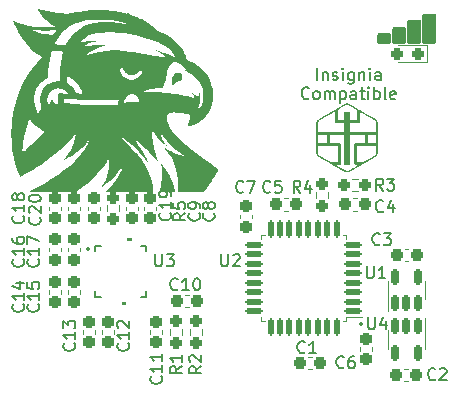
<source format=gto>
G04 #@! TF.GenerationSoftware,KiCad,Pcbnew,8.0.1*
G04 #@! TF.CreationDate,2024-04-27T09:51:47+09:30*
G04 #@! TF.ProjectId,hawk,6861776b-2e6b-4696-9361-645f70636258,1*
G04 #@! TF.SameCoordinates,Original*
G04 #@! TF.FileFunction,Legend,Top*
G04 #@! TF.FilePolarity,Positive*
%FSLAX46Y46*%
G04 Gerber Fmt 4.6, Leading zero omitted, Abs format (unit mm)*
G04 Created by KiCad (PCBNEW 8.0.1) date 2024-04-27 09:51:47*
%MOMM*%
%LPD*%
G01*
G04 APERTURE LIST*
G04 Aperture macros list*
%AMRoundRect*
0 Rectangle with rounded corners*
0 $1 Rounding radius*
0 $2 $3 $4 $5 $6 $7 $8 $9 X,Y pos of 4 corners*
0 Add a 4 corners polygon primitive as box body*
4,1,4,$2,$3,$4,$5,$6,$7,$8,$9,$2,$3,0*
0 Add four circle primitives for the rounded corners*
1,1,$1+$1,$2,$3*
1,1,$1+$1,$4,$5*
1,1,$1+$1,$6,$7*
1,1,$1+$1,$8,$9*
0 Add four rect primitives between the rounded corners*
20,1,$1+$1,$2,$3,$4,$5,0*
20,1,$1+$1,$4,$5,$6,$7,0*
20,1,$1+$1,$6,$7,$8,$9,0*
20,1,$1+$1,$8,$9,$2,$3,0*%
G04 Aperture macros list end*
%ADD10C,0.150000*%
%ADD11C,0.300000*%
%ADD12C,0.120000*%
%ADD13C,0.000000*%
%ADD14C,0.152400*%
%ADD15RoundRect,0.237500X-0.237500X0.300000X-0.237500X-0.300000X0.237500X-0.300000X0.237500X0.300000X0*%
%ADD16RoundRect,0.237500X0.300000X0.237500X-0.300000X0.237500X-0.300000X-0.237500X0.300000X-0.237500X0*%
%ADD17C,3.200000*%
%ADD18RoundRect,0.237500X-0.237500X0.250000X-0.237500X-0.250000X0.237500X-0.250000X0.237500X0.250000X0*%
%ADD19R,1.000000X7.000000*%
%ADD20RoundRect,0.237500X0.237500X-0.300000X0.237500X0.300000X-0.237500X0.300000X-0.237500X-0.300000X0*%
%ADD21RoundRect,0.150000X0.150000X-0.512500X0.150000X0.512500X-0.150000X0.512500X-0.150000X-0.512500X0*%
%ADD22RoundRect,0.125000X0.625000X0.125000X-0.625000X0.125000X-0.625000X-0.125000X0.625000X-0.125000X0*%
%ADD23RoundRect,0.125000X0.125000X0.625000X-0.125000X0.625000X-0.125000X-0.625000X0.125000X-0.625000X0*%
%ADD24RoundRect,0.237500X-0.300000X-0.237500X0.300000X-0.237500X0.300000X0.237500X-0.300000X0.237500X0*%
%ADD25RoundRect,0.237500X0.287500X0.237500X-0.287500X0.237500X-0.287500X-0.237500X0.287500X-0.237500X0*%
%ADD26RoundRect,0.150000X-0.150000X0.512500X-0.150000X-0.512500X0.150000X-0.512500X0.150000X0.512500X0*%
%ADD27R,0.812800X0.254000*%
%ADD28R,0.254000X0.812800*%
%ADD29R,2.641600X2.641600*%
%ADD30R,1.000000X8.000000*%
%ADD31RoundRect,0.237500X0.250000X0.237500X-0.250000X0.237500X-0.250000X-0.237500X0.250000X-0.237500X0*%
%ADD32R,1.700000X1.700000*%
%ADD33O,1.700000X1.700000*%
%ADD34C,1.397000*%
%ADD35O,1.371600X2.006600*%
%ADD36O,1.100000X2.000000*%
G04 APERTURE END LIST*
D10*
X135003500Y-102359500D02*
G75*
G02*
X134749500Y-102359500I-127000J0D01*
G01*
X134749500Y-102359500D02*
G75*
G02*
X135003500Y-102359500I127000J0D01*
G01*
X158117500Y-108709500D02*
G75*
G02*
X157863500Y-108709500I-127000J0D01*
G01*
X157863500Y-108709500D02*
G75*
G02*
X158117500Y-108709500I127000J0D01*
G01*
D11*
X138288439Y-83745328D02*
X138288439Y-82602471D01*
X138002725Y-82888185D02*
X138288439Y-82602471D01*
X138288439Y-82602471D02*
X138574153Y-82888185D01*
D10*
X154281524Y-88074275D02*
X154281524Y-87074275D01*
X154757714Y-87407608D02*
X154757714Y-88074275D01*
X154757714Y-87502846D02*
X154805333Y-87455227D01*
X154805333Y-87455227D02*
X154900571Y-87407608D01*
X154900571Y-87407608D02*
X155043428Y-87407608D01*
X155043428Y-87407608D02*
X155138666Y-87455227D01*
X155138666Y-87455227D02*
X155186285Y-87550465D01*
X155186285Y-87550465D02*
X155186285Y-88074275D01*
X155614857Y-88026656D02*
X155710095Y-88074275D01*
X155710095Y-88074275D02*
X155900571Y-88074275D01*
X155900571Y-88074275D02*
X155995809Y-88026656D01*
X155995809Y-88026656D02*
X156043428Y-87931417D01*
X156043428Y-87931417D02*
X156043428Y-87883798D01*
X156043428Y-87883798D02*
X155995809Y-87788560D01*
X155995809Y-87788560D02*
X155900571Y-87740941D01*
X155900571Y-87740941D02*
X155757714Y-87740941D01*
X155757714Y-87740941D02*
X155662476Y-87693322D01*
X155662476Y-87693322D02*
X155614857Y-87598084D01*
X155614857Y-87598084D02*
X155614857Y-87550465D01*
X155614857Y-87550465D02*
X155662476Y-87455227D01*
X155662476Y-87455227D02*
X155757714Y-87407608D01*
X155757714Y-87407608D02*
X155900571Y-87407608D01*
X155900571Y-87407608D02*
X155995809Y-87455227D01*
X156472000Y-88074275D02*
X156472000Y-87407608D01*
X156472000Y-87074275D02*
X156424381Y-87121894D01*
X156424381Y-87121894D02*
X156472000Y-87169513D01*
X156472000Y-87169513D02*
X156519619Y-87121894D01*
X156519619Y-87121894D02*
X156472000Y-87074275D01*
X156472000Y-87074275D02*
X156472000Y-87169513D01*
X157376761Y-87407608D02*
X157376761Y-88217132D01*
X157376761Y-88217132D02*
X157329142Y-88312370D01*
X157329142Y-88312370D02*
X157281523Y-88359989D01*
X157281523Y-88359989D02*
X157186285Y-88407608D01*
X157186285Y-88407608D02*
X157043428Y-88407608D01*
X157043428Y-88407608D02*
X156948190Y-88359989D01*
X157376761Y-88026656D02*
X157281523Y-88074275D01*
X157281523Y-88074275D02*
X157091047Y-88074275D01*
X157091047Y-88074275D02*
X156995809Y-88026656D01*
X156995809Y-88026656D02*
X156948190Y-87979036D01*
X156948190Y-87979036D02*
X156900571Y-87883798D01*
X156900571Y-87883798D02*
X156900571Y-87598084D01*
X156900571Y-87598084D02*
X156948190Y-87502846D01*
X156948190Y-87502846D02*
X156995809Y-87455227D01*
X156995809Y-87455227D02*
X157091047Y-87407608D01*
X157091047Y-87407608D02*
X157281523Y-87407608D01*
X157281523Y-87407608D02*
X157376761Y-87455227D01*
X157852952Y-87407608D02*
X157852952Y-88074275D01*
X157852952Y-87502846D02*
X157900571Y-87455227D01*
X157900571Y-87455227D02*
X157995809Y-87407608D01*
X157995809Y-87407608D02*
X158138666Y-87407608D01*
X158138666Y-87407608D02*
X158233904Y-87455227D01*
X158233904Y-87455227D02*
X158281523Y-87550465D01*
X158281523Y-87550465D02*
X158281523Y-88074275D01*
X158757714Y-88074275D02*
X158757714Y-87407608D01*
X158757714Y-87074275D02*
X158710095Y-87121894D01*
X158710095Y-87121894D02*
X158757714Y-87169513D01*
X158757714Y-87169513D02*
X158805333Y-87121894D01*
X158805333Y-87121894D02*
X158757714Y-87074275D01*
X158757714Y-87074275D02*
X158757714Y-87169513D01*
X159662475Y-88074275D02*
X159662475Y-87550465D01*
X159662475Y-87550465D02*
X159614856Y-87455227D01*
X159614856Y-87455227D02*
X159519618Y-87407608D01*
X159519618Y-87407608D02*
X159329142Y-87407608D01*
X159329142Y-87407608D02*
X159233904Y-87455227D01*
X159662475Y-88026656D02*
X159567237Y-88074275D01*
X159567237Y-88074275D02*
X159329142Y-88074275D01*
X159329142Y-88074275D02*
X159233904Y-88026656D01*
X159233904Y-88026656D02*
X159186285Y-87931417D01*
X159186285Y-87931417D02*
X159186285Y-87836179D01*
X159186285Y-87836179D02*
X159233904Y-87740941D01*
X159233904Y-87740941D02*
X159329142Y-87693322D01*
X159329142Y-87693322D02*
X159567237Y-87693322D01*
X159567237Y-87693322D02*
X159662475Y-87645703D01*
X153591047Y-89588980D02*
X153543428Y-89636600D01*
X153543428Y-89636600D02*
X153400571Y-89684219D01*
X153400571Y-89684219D02*
X153305333Y-89684219D01*
X153305333Y-89684219D02*
X153162476Y-89636600D01*
X153162476Y-89636600D02*
X153067238Y-89541361D01*
X153067238Y-89541361D02*
X153019619Y-89446123D01*
X153019619Y-89446123D02*
X152972000Y-89255647D01*
X152972000Y-89255647D02*
X152972000Y-89112790D01*
X152972000Y-89112790D02*
X153019619Y-88922314D01*
X153019619Y-88922314D02*
X153067238Y-88827076D01*
X153067238Y-88827076D02*
X153162476Y-88731838D01*
X153162476Y-88731838D02*
X153305333Y-88684219D01*
X153305333Y-88684219D02*
X153400571Y-88684219D01*
X153400571Y-88684219D02*
X153543428Y-88731838D01*
X153543428Y-88731838D02*
X153591047Y-88779457D01*
X154162476Y-89684219D02*
X154067238Y-89636600D01*
X154067238Y-89636600D02*
X154019619Y-89588980D01*
X154019619Y-89588980D02*
X153972000Y-89493742D01*
X153972000Y-89493742D02*
X153972000Y-89208028D01*
X153972000Y-89208028D02*
X154019619Y-89112790D01*
X154019619Y-89112790D02*
X154067238Y-89065171D01*
X154067238Y-89065171D02*
X154162476Y-89017552D01*
X154162476Y-89017552D02*
X154305333Y-89017552D01*
X154305333Y-89017552D02*
X154400571Y-89065171D01*
X154400571Y-89065171D02*
X154448190Y-89112790D01*
X154448190Y-89112790D02*
X154495809Y-89208028D01*
X154495809Y-89208028D02*
X154495809Y-89493742D01*
X154495809Y-89493742D02*
X154448190Y-89588980D01*
X154448190Y-89588980D02*
X154400571Y-89636600D01*
X154400571Y-89636600D02*
X154305333Y-89684219D01*
X154305333Y-89684219D02*
X154162476Y-89684219D01*
X154924381Y-89684219D02*
X154924381Y-89017552D01*
X154924381Y-89112790D02*
X154972000Y-89065171D01*
X154972000Y-89065171D02*
X155067238Y-89017552D01*
X155067238Y-89017552D02*
X155210095Y-89017552D01*
X155210095Y-89017552D02*
X155305333Y-89065171D01*
X155305333Y-89065171D02*
X155352952Y-89160409D01*
X155352952Y-89160409D02*
X155352952Y-89684219D01*
X155352952Y-89160409D02*
X155400571Y-89065171D01*
X155400571Y-89065171D02*
X155495809Y-89017552D01*
X155495809Y-89017552D02*
X155638666Y-89017552D01*
X155638666Y-89017552D02*
X155733905Y-89065171D01*
X155733905Y-89065171D02*
X155781524Y-89160409D01*
X155781524Y-89160409D02*
X155781524Y-89684219D01*
X156257714Y-89017552D02*
X156257714Y-90017552D01*
X156257714Y-89065171D02*
X156352952Y-89017552D01*
X156352952Y-89017552D02*
X156543428Y-89017552D01*
X156543428Y-89017552D02*
X156638666Y-89065171D01*
X156638666Y-89065171D02*
X156686285Y-89112790D01*
X156686285Y-89112790D02*
X156733904Y-89208028D01*
X156733904Y-89208028D02*
X156733904Y-89493742D01*
X156733904Y-89493742D02*
X156686285Y-89588980D01*
X156686285Y-89588980D02*
X156638666Y-89636600D01*
X156638666Y-89636600D02*
X156543428Y-89684219D01*
X156543428Y-89684219D02*
X156352952Y-89684219D01*
X156352952Y-89684219D02*
X156257714Y-89636600D01*
X157591047Y-89684219D02*
X157591047Y-89160409D01*
X157591047Y-89160409D02*
X157543428Y-89065171D01*
X157543428Y-89065171D02*
X157448190Y-89017552D01*
X157448190Y-89017552D02*
X157257714Y-89017552D01*
X157257714Y-89017552D02*
X157162476Y-89065171D01*
X157591047Y-89636600D02*
X157495809Y-89684219D01*
X157495809Y-89684219D02*
X157257714Y-89684219D01*
X157257714Y-89684219D02*
X157162476Y-89636600D01*
X157162476Y-89636600D02*
X157114857Y-89541361D01*
X157114857Y-89541361D02*
X157114857Y-89446123D01*
X157114857Y-89446123D02*
X157162476Y-89350885D01*
X157162476Y-89350885D02*
X157257714Y-89303266D01*
X157257714Y-89303266D02*
X157495809Y-89303266D01*
X157495809Y-89303266D02*
X157591047Y-89255647D01*
X157924381Y-89017552D02*
X158305333Y-89017552D01*
X158067238Y-88684219D02*
X158067238Y-89541361D01*
X158067238Y-89541361D02*
X158114857Y-89636600D01*
X158114857Y-89636600D02*
X158210095Y-89684219D01*
X158210095Y-89684219D02*
X158305333Y-89684219D01*
X158638667Y-89684219D02*
X158638667Y-89017552D01*
X158638667Y-88684219D02*
X158591048Y-88731838D01*
X158591048Y-88731838D02*
X158638667Y-88779457D01*
X158638667Y-88779457D02*
X158686286Y-88731838D01*
X158686286Y-88731838D02*
X158638667Y-88684219D01*
X158638667Y-88684219D02*
X158638667Y-88779457D01*
X159114857Y-89684219D02*
X159114857Y-88684219D01*
X159114857Y-89065171D02*
X159210095Y-89017552D01*
X159210095Y-89017552D02*
X159400571Y-89017552D01*
X159400571Y-89017552D02*
X159495809Y-89065171D01*
X159495809Y-89065171D02*
X159543428Y-89112790D01*
X159543428Y-89112790D02*
X159591047Y-89208028D01*
X159591047Y-89208028D02*
X159591047Y-89493742D01*
X159591047Y-89493742D02*
X159543428Y-89588980D01*
X159543428Y-89588980D02*
X159495809Y-89636600D01*
X159495809Y-89636600D02*
X159400571Y-89684219D01*
X159400571Y-89684219D02*
X159210095Y-89684219D01*
X159210095Y-89684219D02*
X159114857Y-89636600D01*
X160162476Y-89684219D02*
X160067238Y-89636600D01*
X160067238Y-89636600D02*
X160019619Y-89541361D01*
X160019619Y-89541361D02*
X160019619Y-88684219D01*
X160924381Y-89636600D02*
X160829143Y-89684219D01*
X160829143Y-89684219D02*
X160638667Y-89684219D01*
X160638667Y-89684219D02*
X160543429Y-89636600D01*
X160543429Y-89636600D02*
X160495810Y-89541361D01*
X160495810Y-89541361D02*
X160495810Y-89160409D01*
X160495810Y-89160409D02*
X160543429Y-89065171D01*
X160543429Y-89065171D02*
X160638667Y-89017552D01*
X160638667Y-89017552D02*
X160829143Y-89017552D01*
X160829143Y-89017552D02*
X160924381Y-89065171D01*
X160924381Y-89065171D02*
X160972000Y-89160409D01*
X160972000Y-89160409D02*
X160972000Y-89255647D01*
X160972000Y-89255647D02*
X160495810Y-89350885D01*
X156551333Y-112373580D02*
X156503714Y-112421200D01*
X156503714Y-112421200D02*
X156360857Y-112468819D01*
X156360857Y-112468819D02*
X156265619Y-112468819D01*
X156265619Y-112468819D02*
X156122762Y-112421200D01*
X156122762Y-112421200D02*
X156027524Y-112325961D01*
X156027524Y-112325961D02*
X155979905Y-112230723D01*
X155979905Y-112230723D02*
X155932286Y-112040247D01*
X155932286Y-112040247D02*
X155932286Y-111897390D01*
X155932286Y-111897390D02*
X155979905Y-111706914D01*
X155979905Y-111706914D02*
X156027524Y-111611676D01*
X156027524Y-111611676D02*
X156122762Y-111516438D01*
X156122762Y-111516438D02*
X156265619Y-111468819D01*
X156265619Y-111468819D02*
X156360857Y-111468819D01*
X156360857Y-111468819D02*
X156503714Y-111516438D01*
X156503714Y-111516438D02*
X156551333Y-111564057D01*
X157408476Y-111468819D02*
X157218000Y-111468819D01*
X157218000Y-111468819D02*
X157122762Y-111516438D01*
X157122762Y-111516438D02*
X157075143Y-111564057D01*
X157075143Y-111564057D02*
X156979905Y-111706914D01*
X156979905Y-111706914D02*
X156932286Y-111897390D01*
X156932286Y-111897390D02*
X156932286Y-112278342D01*
X156932286Y-112278342D02*
X156979905Y-112373580D01*
X156979905Y-112373580D02*
X157027524Y-112421200D01*
X157027524Y-112421200D02*
X157122762Y-112468819D01*
X157122762Y-112468819D02*
X157313238Y-112468819D01*
X157313238Y-112468819D02*
X157408476Y-112421200D01*
X157408476Y-112421200D02*
X157456095Y-112373580D01*
X157456095Y-112373580D02*
X157503714Y-112278342D01*
X157503714Y-112278342D02*
X157503714Y-112040247D01*
X157503714Y-112040247D02*
X157456095Y-111945009D01*
X157456095Y-111945009D02*
X157408476Y-111897390D01*
X157408476Y-111897390D02*
X157313238Y-111849771D01*
X157313238Y-111849771D02*
X157122762Y-111849771D01*
X157122762Y-111849771D02*
X157027524Y-111897390D01*
X157027524Y-111897390D02*
X156979905Y-111945009D01*
X156979905Y-111945009D02*
X156932286Y-112040247D01*
X153249333Y-111103580D02*
X153201714Y-111151200D01*
X153201714Y-111151200D02*
X153058857Y-111198819D01*
X153058857Y-111198819D02*
X152963619Y-111198819D01*
X152963619Y-111198819D02*
X152820762Y-111151200D01*
X152820762Y-111151200D02*
X152725524Y-111055961D01*
X152725524Y-111055961D02*
X152677905Y-110960723D01*
X152677905Y-110960723D02*
X152630286Y-110770247D01*
X152630286Y-110770247D02*
X152630286Y-110627390D01*
X152630286Y-110627390D02*
X152677905Y-110436914D01*
X152677905Y-110436914D02*
X152725524Y-110341676D01*
X152725524Y-110341676D02*
X152820762Y-110246438D01*
X152820762Y-110246438D02*
X152963619Y-110198819D01*
X152963619Y-110198819D02*
X153058857Y-110198819D01*
X153058857Y-110198819D02*
X153201714Y-110246438D01*
X153201714Y-110246438D02*
X153249333Y-110294057D01*
X154201714Y-111198819D02*
X153630286Y-111198819D01*
X153916000Y-111198819D02*
X153916000Y-110198819D01*
X153916000Y-110198819D02*
X153820762Y-110341676D01*
X153820762Y-110341676D02*
X153725524Y-110436914D01*
X153725524Y-110436914D02*
X153630286Y-110484533D01*
X152868333Y-97609819D02*
X152535000Y-97133628D01*
X152296905Y-97609819D02*
X152296905Y-96609819D01*
X152296905Y-96609819D02*
X152677857Y-96609819D01*
X152677857Y-96609819D02*
X152773095Y-96657438D01*
X152773095Y-96657438D02*
X152820714Y-96705057D01*
X152820714Y-96705057D02*
X152868333Y-96800295D01*
X152868333Y-96800295D02*
X152868333Y-96943152D01*
X152868333Y-96943152D02*
X152820714Y-97038390D01*
X152820714Y-97038390D02*
X152773095Y-97086009D01*
X152773095Y-97086009D02*
X152677857Y-97133628D01*
X152677857Y-97133628D02*
X152296905Y-97133628D01*
X153725476Y-96943152D02*
X153725476Y-97609819D01*
X153487381Y-96562200D02*
X153249286Y-97276485D01*
X153249286Y-97276485D02*
X153868333Y-97276485D01*
X145520580Y-99353666D02*
X145568200Y-99401285D01*
X145568200Y-99401285D02*
X145615819Y-99544142D01*
X145615819Y-99544142D02*
X145615819Y-99639380D01*
X145615819Y-99639380D02*
X145568200Y-99782237D01*
X145568200Y-99782237D02*
X145472961Y-99877475D01*
X145472961Y-99877475D02*
X145377723Y-99925094D01*
X145377723Y-99925094D02*
X145187247Y-99972713D01*
X145187247Y-99972713D02*
X145044390Y-99972713D01*
X145044390Y-99972713D02*
X144853914Y-99925094D01*
X144853914Y-99925094D02*
X144758676Y-99877475D01*
X144758676Y-99877475D02*
X144663438Y-99782237D01*
X144663438Y-99782237D02*
X144615819Y-99639380D01*
X144615819Y-99639380D02*
X144615819Y-99544142D01*
X144615819Y-99544142D02*
X144663438Y-99401285D01*
X144663438Y-99401285D02*
X144711057Y-99353666D01*
X145044390Y-98782237D02*
X144996771Y-98877475D01*
X144996771Y-98877475D02*
X144949152Y-98925094D01*
X144949152Y-98925094D02*
X144853914Y-98972713D01*
X144853914Y-98972713D02*
X144806295Y-98972713D01*
X144806295Y-98972713D02*
X144711057Y-98925094D01*
X144711057Y-98925094D02*
X144663438Y-98877475D01*
X144663438Y-98877475D02*
X144615819Y-98782237D01*
X144615819Y-98782237D02*
X144615819Y-98591761D01*
X144615819Y-98591761D02*
X144663438Y-98496523D01*
X144663438Y-98496523D02*
X144711057Y-98448904D01*
X144711057Y-98448904D02*
X144806295Y-98401285D01*
X144806295Y-98401285D02*
X144853914Y-98401285D01*
X144853914Y-98401285D02*
X144949152Y-98448904D01*
X144949152Y-98448904D02*
X144996771Y-98496523D01*
X144996771Y-98496523D02*
X145044390Y-98591761D01*
X145044390Y-98591761D02*
X145044390Y-98782237D01*
X145044390Y-98782237D02*
X145092009Y-98877475D01*
X145092009Y-98877475D02*
X145139628Y-98925094D01*
X145139628Y-98925094D02*
X145234866Y-98972713D01*
X145234866Y-98972713D02*
X145425342Y-98972713D01*
X145425342Y-98972713D02*
X145520580Y-98925094D01*
X145520580Y-98925094D02*
X145568200Y-98877475D01*
X145568200Y-98877475D02*
X145615819Y-98782237D01*
X145615819Y-98782237D02*
X145615819Y-98591761D01*
X145615819Y-98591761D02*
X145568200Y-98496523D01*
X145568200Y-98496523D02*
X145520580Y-98448904D01*
X145520580Y-98448904D02*
X145425342Y-98401285D01*
X145425342Y-98401285D02*
X145234866Y-98401285D01*
X145234866Y-98401285D02*
X145139628Y-98448904D01*
X145139628Y-98448904D02*
X145092009Y-98496523D01*
X145092009Y-98496523D02*
X145044390Y-98591761D01*
X159887133Y-99163080D02*
X159839514Y-99210700D01*
X159839514Y-99210700D02*
X159696657Y-99258319D01*
X159696657Y-99258319D02*
X159601419Y-99258319D01*
X159601419Y-99258319D02*
X159458562Y-99210700D01*
X159458562Y-99210700D02*
X159363324Y-99115461D01*
X159363324Y-99115461D02*
X159315705Y-99020223D01*
X159315705Y-99020223D02*
X159268086Y-98829747D01*
X159268086Y-98829747D02*
X159268086Y-98686890D01*
X159268086Y-98686890D02*
X159315705Y-98496414D01*
X159315705Y-98496414D02*
X159363324Y-98401176D01*
X159363324Y-98401176D02*
X159458562Y-98305938D01*
X159458562Y-98305938D02*
X159601419Y-98258319D01*
X159601419Y-98258319D02*
X159696657Y-98258319D01*
X159696657Y-98258319D02*
X159839514Y-98305938D01*
X159839514Y-98305938D02*
X159887133Y-98353557D01*
X160744276Y-98591652D02*
X160744276Y-99258319D01*
X160506181Y-98210700D02*
X160268086Y-98924985D01*
X160268086Y-98924985D02*
X160887133Y-98924985D01*
X164298333Y-113389580D02*
X164250714Y-113437200D01*
X164250714Y-113437200D02*
X164107857Y-113484819D01*
X164107857Y-113484819D02*
X164012619Y-113484819D01*
X164012619Y-113484819D02*
X163869762Y-113437200D01*
X163869762Y-113437200D02*
X163774524Y-113341961D01*
X163774524Y-113341961D02*
X163726905Y-113246723D01*
X163726905Y-113246723D02*
X163679286Y-113056247D01*
X163679286Y-113056247D02*
X163679286Y-112913390D01*
X163679286Y-112913390D02*
X163726905Y-112722914D01*
X163726905Y-112722914D02*
X163774524Y-112627676D01*
X163774524Y-112627676D02*
X163869762Y-112532438D01*
X163869762Y-112532438D02*
X164012619Y-112484819D01*
X164012619Y-112484819D02*
X164107857Y-112484819D01*
X164107857Y-112484819D02*
X164250714Y-112532438D01*
X164250714Y-112532438D02*
X164298333Y-112580057D01*
X164679286Y-112580057D02*
X164726905Y-112532438D01*
X164726905Y-112532438D02*
X164822143Y-112484819D01*
X164822143Y-112484819D02*
X165060238Y-112484819D01*
X165060238Y-112484819D02*
X165155476Y-112532438D01*
X165155476Y-112532438D02*
X165203095Y-112580057D01*
X165203095Y-112580057D02*
X165250714Y-112675295D01*
X165250714Y-112675295D02*
X165250714Y-112770533D01*
X165250714Y-112770533D02*
X165203095Y-112913390D01*
X165203095Y-112913390D02*
X164631667Y-113484819D01*
X164631667Y-113484819D02*
X165250714Y-113484819D01*
X144301380Y-99353666D02*
X144349000Y-99401285D01*
X144349000Y-99401285D02*
X144396619Y-99544142D01*
X144396619Y-99544142D02*
X144396619Y-99639380D01*
X144396619Y-99639380D02*
X144349000Y-99782237D01*
X144349000Y-99782237D02*
X144253761Y-99877475D01*
X144253761Y-99877475D02*
X144158523Y-99925094D01*
X144158523Y-99925094D02*
X143968047Y-99972713D01*
X143968047Y-99972713D02*
X143825190Y-99972713D01*
X143825190Y-99972713D02*
X143634714Y-99925094D01*
X143634714Y-99925094D02*
X143539476Y-99877475D01*
X143539476Y-99877475D02*
X143444238Y-99782237D01*
X143444238Y-99782237D02*
X143396619Y-99639380D01*
X143396619Y-99639380D02*
X143396619Y-99544142D01*
X143396619Y-99544142D02*
X143444238Y-99401285D01*
X143444238Y-99401285D02*
X143491857Y-99353666D01*
X144396619Y-98877475D02*
X144396619Y-98686999D01*
X144396619Y-98686999D02*
X144349000Y-98591761D01*
X144349000Y-98591761D02*
X144301380Y-98544142D01*
X144301380Y-98544142D02*
X144158523Y-98448904D01*
X144158523Y-98448904D02*
X143968047Y-98401285D01*
X143968047Y-98401285D02*
X143587095Y-98401285D01*
X143587095Y-98401285D02*
X143491857Y-98448904D01*
X143491857Y-98448904D02*
X143444238Y-98496523D01*
X143444238Y-98496523D02*
X143396619Y-98591761D01*
X143396619Y-98591761D02*
X143396619Y-98782237D01*
X143396619Y-98782237D02*
X143444238Y-98877475D01*
X143444238Y-98877475D02*
X143491857Y-98925094D01*
X143491857Y-98925094D02*
X143587095Y-98972713D01*
X143587095Y-98972713D02*
X143825190Y-98972713D01*
X143825190Y-98972713D02*
X143920428Y-98925094D01*
X143920428Y-98925094D02*
X143968047Y-98877475D01*
X143968047Y-98877475D02*
X144015666Y-98782237D01*
X144015666Y-98782237D02*
X144015666Y-98591761D01*
X144015666Y-98591761D02*
X143968047Y-98496523D01*
X143968047Y-98496523D02*
X143920428Y-98448904D01*
X143920428Y-98448904D02*
X143825190Y-98401285D01*
X141837580Y-99321857D02*
X141885200Y-99369476D01*
X141885200Y-99369476D02*
X141932819Y-99512333D01*
X141932819Y-99512333D02*
X141932819Y-99607571D01*
X141932819Y-99607571D02*
X141885200Y-99750428D01*
X141885200Y-99750428D02*
X141789961Y-99845666D01*
X141789961Y-99845666D02*
X141694723Y-99893285D01*
X141694723Y-99893285D02*
X141504247Y-99940904D01*
X141504247Y-99940904D02*
X141361390Y-99940904D01*
X141361390Y-99940904D02*
X141170914Y-99893285D01*
X141170914Y-99893285D02*
X141075676Y-99845666D01*
X141075676Y-99845666D02*
X140980438Y-99750428D01*
X140980438Y-99750428D02*
X140932819Y-99607571D01*
X140932819Y-99607571D02*
X140932819Y-99512333D01*
X140932819Y-99512333D02*
X140980438Y-99369476D01*
X140980438Y-99369476D02*
X141028057Y-99321857D01*
X141932819Y-98369476D02*
X141932819Y-98940904D01*
X141932819Y-98655190D02*
X140932819Y-98655190D01*
X140932819Y-98655190D02*
X141075676Y-98750428D01*
X141075676Y-98750428D02*
X141170914Y-98845666D01*
X141170914Y-98845666D02*
X141218533Y-98940904D01*
X141932819Y-97893285D02*
X141932819Y-97702809D01*
X141932819Y-97702809D02*
X141885200Y-97607571D01*
X141885200Y-97607571D02*
X141837580Y-97559952D01*
X141837580Y-97559952D02*
X141694723Y-97464714D01*
X141694723Y-97464714D02*
X141504247Y-97417095D01*
X141504247Y-97417095D02*
X141123295Y-97417095D01*
X141123295Y-97417095D02*
X141028057Y-97464714D01*
X141028057Y-97464714D02*
X140980438Y-97512333D01*
X140980438Y-97512333D02*
X140932819Y-97607571D01*
X140932819Y-97607571D02*
X140932819Y-97798047D01*
X140932819Y-97798047D02*
X140980438Y-97893285D01*
X140980438Y-97893285D02*
X141028057Y-97940904D01*
X141028057Y-97940904D02*
X141123295Y-97988523D01*
X141123295Y-97988523D02*
X141361390Y-97988523D01*
X141361390Y-97988523D02*
X141456628Y-97940904D01*
X141456628Y-97940904D02*
X141504247Y-97893285D01*
X141504247Y-97893285D02*
X141551866Y-97798047D01*
X141551866Y-97798047D02*
X141551866Y-97607571D01*
X141551866Y-97607571D02*
X141504247Y-97512333D01*
X141504247Y-97512333D02*
X141456628Y-97464714D01*
X141456628Y-97464714D02*
X141361390Y-97417095D01*
X158496095Y-103848819D02*
X158496095Y-104658342D01*
X158496095Y-104658342D02*
X158543714Y-104753580D01*
X158543714Y-104753580D02*
X158591333Y-104801200D01*
X158591333Y-104801200D02*
X158686571Y-104848819D01*
X158686571Y-104848819D02*
X158877047Y-104848819D01*
X158877047Y-104848819D02*
X158972285Y-104801200D01*
X158972285Y-104801200D02*
X159019904Y-104753580D01*
X159019904Y-104753580D02*
X159067523Y-104658342D01*
X159067523Y-104658342D02*
X159067523Y-103848819D01*
X160067523Y-104848819D02*
X159496095Y-104848819D01*
X159781809Y-104848819D02*
X159781809Y-103848819D01*
X159781809Y-103848819D02*
X159686571Y-103991676D01*
X159686571Y-103991676D02*
X159591333Y-104086914D01*
X159591333Y-104086914D02*
X159496095Y-104134533D01*
X142821819Y-112307666D02*
X142345628Y-112640999D01*
X142821819Y-112879094D02*
X141821819Y-112879094D01*
X141821819Y-112879094D02*
X141821819Y-112498142D01*
X141821819Y-112498142D02*
X141869438Y-112402904D01*
X141869438Y-112402904D02*
X141917057Y-112355285D01*
X141917057Y-112355285D02*
X142012295Y-112307666D01*
X142012295Y-112307666D02*
X142155152Y-112307666D01*
X142155152Y-112307666D02*
X142250390Y-112355285D01*
X142250390Y-112355285D02*
X142298009Y-112402904D01*
X142298009Y-112402904D02*
X142345628Y-112498142D01*
X142345628Y-112498142D02*
X142345628Y-112879094D01*
X142821819Y-111355285D02*
X142821819Y-111926713D01*
X142821819Y-111640999D02*
X141821819Y-111640999D01*
X141821819Y-111640999D02*
X141964676Y-111736237D01*
X141964676Y-111736237D02*
X142059914Y-111831475D01*
X142059914Y-111831475D02*
X142107533Y-111926713D01*
X146177095Y-102832819D02*
X146177095Y-103642342D01*
X146177095Y-103642342D02*
X146224714Y-103737580D01*
X146224714Y-103737580D02*
X146272333Y-103785200D01*
X146272333Y-103785200D02*
X146367571Y-103832819D01*
X146367571Y-103832819D02*
X146558047Y-103832819D01*
X146558047Y-103832819D02*
X146653285Y-103785200D01*
X146653285Y-103785200D02*
X146700904Y-103737580D01*
X146700904Y-103737580D02*
X146748523Y-103642342D01*
X146748523Y-103642342D02*
X146748523Y-102832819D01*
X147177095Y-102928057D02*
X147224714Y-102880438D01*
X147224714Y-102880438D02*
X147319952Y-102832819D01*
X147319952Y-102832819D02*
X147558047Y-102832819D01*
X147558047Y-102832819D02*
X147653285Y-102880438D01*
X147653285Y-102880438D02*
X147700904Y-102928057D01*
X147700904Y-102928057D02*
X147748523Y-103023295D01*
X147748523Y-103023295D02*
X147748523Y-103118533D01*
X147748523Y-103118533D02*
X147700904Y-103261390D01*
X147700904Y-103261390D02*
X147129476Y-103832819D01*
X147129476Y-103832819D02*
X147748523Y-103832819D01*
X159599333Y-101959580D02*
X159551714Y-102007200D01*
X159551714Y-102007200D02*
X159408857Y-102054819D01*
X159408857Y-102054819D02*
X159313619Y-102054819D01*
X159313619Y-102054819D02*
X159170762Y-102007200D01*
X159170762Y-102007200D02*
X159075524Y-101911961D01*
X159075524Y-101911961D02*
X159027905Y-101816723D01*
X159027905Y-101816723D02*
X158980286Y-101626247D01*
X158980286Y-101626247D02*
X158980286Y-101483390D01*
X158980286Y-101483390D02*
X159027905Y-101292914D01*
X159027905Y-101292914D02*
X159075524Y-101197676D01*
X159075524Y-101197676D02*
X159170762Y-101102438D01*
X159170762Y-101102438D02*
X159313619Y-101054819D01*
X159313619Y-101054819D02*
X159408857Y-101054819D01*
X159408857Y-101054819D02*
X159551714Y-101102438D01*
X159551714Y-101102438D02*
X159599333Y-101150057D01*
X159932667Y-101054819D02*
X160551714Y-101054819D01*
X160551714Y-101054819D02*
X160218381Y-101435771D01*
X160218381Y-101435771D02*
X160361238Y-101435771D01*
X160361238Y-101435771D02*
X160456476Y-101483390D01*
X160456476Y-101483390D02*
X160504095Y-101531009D01*
X160504095Y-101531009D02*
X160551714Y-101626247D01*
X160551714Y-101626247D02*
X160551714Y-101864342D01*
X160551714Y-101864342D02*
X160504095Y-101959580D01*
X160504095Y-101959580D02*
X160456476Y-102007200D01*
X160456476Y-102007200D02*
X160361238Y-102054819D01*
X160361238Y-102054819D02*
X160075524Y-102054819D01*
X160075524Y-102054819D02*
X159980286Y-102007200D01*
X159980286Y-102007200D02*
X159932667Y-101959580D01*
X129391580Y-99575857D02*
X129439200Y-99623476D01*
X129439200Y-99623476D02*
X129486819Y-99766333D01*
X129486819Y-99766333D02*
X129486819Y-99861571D01*
X129486819Y-99861571D02*
X129439200Y-100004428D01*
X129439200Y-100004428D02*
X129343961Y-100099666D01*
X129343961Y-100099666D02*
X129248723Y-100147285D01*
X129248723Y-100147285D02*
X129058247Y-100194904D01*
X129058247Y-100194904D02*
X128915390Y-100194904D01*
X128915390Y-100194904D02*
X128724914Y-100147285D01*
X128724914Y-100147285D02*
X128629676Y-100099666D01*
X128629676Y-100099666D02*
X128534438Y-100004428D01*
X128534438Y-100004428D02*
X128486819Y-99861571D01*
X128486819Y-99861571D02*
X128486819Y-99766333D01*
X128486819Y-99766333D02*
X128534438Y-99623476D01*
X128534438Y-99623476D02*
X128582057Y-99575857D01*
X129486819Y-98623476D02*
X129486819Y-99194904D01*
X129486819Y-98909190D02*
X128486819Y-98909190D01*
X128486819Y-98909190D02*
X128629676Y-99004428D01*
X128629676Y-99004428D02*
X128724914Y-99099666D01*
X128724914Y-99099666D02*
X128772533Y-99194904D01*
X128915390Y-98052047D02*
X128867771Y-98147285D01*
X128867771Y-98147285D02*
X128820152Y-98194904D01*
X128820152Y-98194904D02*
X128724914Y-98242523D01*
X128724914Y-98242523D02*
X128677295Y-98242523D01*
X128677295Y-98242523D02*
X128582057Y-98194904D01*
X128582057Y-98194904D02*
X128534438Y-98147285D01*
X128534438Y-98147285D02*
X128486819Y-98052047D01*
X128486819Y-98052047D02*
X128486819Y-97861571D01*
X128486819Y-97861571D02*
X128534438Y-97766333D01*
X128534438Y-97766333D02*
X128582057Y-97718714D01*
X128582057Y-97718714D02*
X128677295Y-97671095D01*
X128677295Y-97671095D02*
X128724914Y-97671095D01*
X128724914Y-97671095D02*
X128820152Y-97718714D01*
X128820152Y-97718714D02*
X128867771Y-97766333D01*
X128867771Y-97766333D02*
X128915390Y-97861571D01*
X128915390Y-97861571D02*
X128915390Y-98052047D01*
X128915390Y-98052047D02*
X128963009Y-98147285D01*
X128963009Y-98147285D02*
X129010628Y-98194904D01*
X129010628Y-98194904D02*
X129105866Y-98242523D01*
X129105866Y-98242523D02*
X129296342Y-98242523D01*
X129296342Y-98242523D02*
X129391580Y-98194904D01*
X129391580Y-98194904D02*
X129439200Y-98147285D01*
X129439200Y-98147285D02*
X129486819Y-98052047D01*
X129486819Y-98052047D02*
X129486819Y-97861571D01*
X129486819Y-97861571D02*
X129439200Y-97766333D01*
X129439200Y-97766333D02*
X129391580Y-97718714D01*
X129391580Y-97718714D02*
X129296342Y-97671095D01*
X129296342Y-97671095D02*
X129105866Y-97671095D01*
X129105866Y-97671095D02*
X129010628Y-97718714D01*
X129010628Y-97718714D02*
X128963009Y-97766333D01*
X128963009Y-97766333D02*
X128915390Y-97861571D01*
X141075580Y-113164857D02*
X141123200Y-113212476D01*
X141123200Y-113212476D02*
X141170819Y-113355333D01*
X141170819Y-113355333D02*
X141170819Y-113450571D01*
X141170819Y-113450571D02*
X141123200Y-113593428D01*
X141123200Y-113593428D02*
X141027961Y-113688666D01*
X141027961Y-113688666D02*
X140932723Y-113736285D01*
X140932723Y-113736285D02*
X140742247Y-113783904D01*
X140742247Y-113783904D02*
X140599390Y-113783904D01*
X140599390Y-113783904D02*
X140408914Y-113736285D01*
X140408914Y-113736285D02*
X140313676Y-113688666D01*
X140313676Y-113688666D02*
X140218438Y-113593428D01*
X140218438Y-113593428D02*
X140170819Y-113450571D01*
X140170819Y-113450571D02*
X140170819Y-113355333D01*
X140170819Y-113355333D02*
X140218438Y-113212476D01*
X140218438Y-113212476D02*
X140266057Y-113164857D01*
X141170819Y-112212476D02*
X141170819Y-112783904D01*
X141170819Y-112498190D02*
X140170819Y-112498190D01*
X140170819Y-112498190D02*
X140313676Y-112593428D01*
X140313676Y-112593428D02*
X140408914Y-112688666D01*
X140408914Y-112688666D02*
X140456533Y-112783904D01*
X141170819Y-111260095D02*
X141170819Y-111831523D01*
X141170819Y-111545809D02*
X140170819Y-111545809D01*
X140170819Y-111545809D02*
X140313676Y-111641047D01*
X140313676Y-111641047D02*
X140408914Y-111736285D01*
X140408914Y-111736285D02*
X140456533Y-111831523D01*
X148042333Y-97514580D02*
X147994714Y-97562200D01*
X147994714Y-97562200D02*
X147851857Y-97609819D01*
X147851857Y-97609819D02*
X147756619Y-97609819D01*
X147756619Y-97609819D02*
X147613762Y-97562200D01*
X147613762Y-97562200D02*
X147518524Y-97466961D01*
X147518524Y-97466961D02*
X147470905Y-97371723D01*
X147470905Y-97371723D02*
X147423286Y-97181247D01*
X147423286Y-97181247D02*
X147423286Y-97038390D01*
X147423286Y-97038390D02*
X147470905Y-96847914D01*
X147470905Y-96847914D02*
X147518524Y-96752676D01*
X147518524Y-96752676D02*
X147613762Y-96657438D01*
X147613762Y-96657438D02*
X147756619Y-96609819D01*
X147756619Y-96609819D02*
X147851857Y-96609819D01*
X147851857Y-96609819D02*
X147994714Y-96657438D01*
X147994714Y-96657438D02*
X148042333Y-96705057D01*
X148375667Y-96609819D02*
X149042333Y-96609819D01*
X149042333Y-96609819D02*
X148613762Y-97609819D01*
X138284080Y-110368357D02*
X138331700Y-110415976D01*
X138331700Y-110415976D02*
X138379319Y-110558833D01*
X138379319Y-110558833D02*
X138379319Y-110654071D01*
X138379319Y-110654071D02*
X138331700Y-110796928D01*
X138331700Y-110796928D02*
X138236461Y-110892166D01*
X138236461Y-110892166D02*
X138141223Y-110939785D01*
X138141223Y-110939785D02*
X137950747Y-110987404D01*
X137950747Y-110987404D02*
X137807890Y-110987404D01*
X137807890Y-110987404D02*
X137617414Y-110939785D01*
X137617414Y-110939785D02*
X137522176Y-110892166D01*
X137522176Y-110892166D02*
X137426938Y-110796928D01*
X137426938Y-110796928D02*
X137379319Y-110654071D01*
X137379319Y-110654071D02*
X137379319Y-110558833D01*
X137379319Y-110558833D02*
X137426938Y-110415976D01*
X137426938Y-110415976D02*
X137474557Y-110368357D01*
X138379319Y-109415976D02*
X138379319Y-109987404D01*
X138379319Y-109701690D02*
X137379319Y-109701690D01*
X137379319Y-109701690D02*
X137522176Y-109796928D01*
X137522176Y-109796928D02*
X137617414Y-109892166D01*
X137617414Y-109892166D02*
X137665033Y-109987404D01*
X137474557Y-109035023D02*
X137426938Y-108987404D01*
X137426938Y-108987404D02*
X137379319Y-108892166D01*
X137379319Y-108892166D02*
X137379319Y-108654071D01*
X137379319Y-108654071D02*
X137426938Y-108558833D01*
X137426938Y-108558833D02*
X137474557Y-108511214D01*
X137474557Y-108511214D02*
X137569795Y-108463595D01*
X137569795Y-108463595D02*
X137665033Y-108463595D01*
X137665033Y-108463595D02*
X137807890Y-108511214D01*
X137807890Y-108511214D02*
X138379319Y-109082642D01*
X138379319Y-109082642D02*
X138379319Y-108463595D01*
X129394080Y-103256357D02*
X129441700Y-103303976D01*
X129441700Y-103303976D02*
X129489319Y-103446833D01*
X129489319Y-103446833D02*
X129489319Y-103542071D01*
X129489319Y-103542071D02*
X129441700Y-103684928D01*
X129441700Y-103684928D02*
X129346461Y-103780166D01*
X129346461Y-103780166D02*
X129251223Y-103827785D01*
X129251223Y-103827785D02*
X129060747Y-103875404D01*
X129060747Y-103875404D02*
X128917890Y-103875404D01*
X128917890Y-103875404D02*
X128727414Y-103827785D01*
X128727414Y-103827785D02*
X128632176Y-103780166D01*
X128632176Y-103780166D02*
X128536938Y-103684928D01*
X128536938Y-103684928D02*
X128489319Y-103542071D01*
X128489319Y-103542071D02*
X128489319Y-103446833D01*
X128489319Y-103446833D02*
X128536938Y-103303976D01*
X128536938Y-103303976D02*
X128584557Y-103256357D01*
X129489319Y-102303976D02*
X129489319Y-102875404D01*
X129489319Y-102589690D02*
X128489319Y-102589690D01*
X128489319Y-102589690D02*
X128632176Y-102684928D01*
X128632176Y-102684928D02*
X128727414Y-102780166D01*
X128727414Y-102780166D02*
X128775033Y-102875404D01*
X128489319Y-101446833D02*
X128489319Y-101637309D01*
X128489319Y-101637309D02*
X128536938Y-101732547D01*
X128536938Y-101732547D02*
X128584557Y-101780166D01*
X128584557Y-101780166D02*
X128727414Y-101875404D01*
X128727414Y-101875404D02*
X128917890Y-101923023D01*
X128917890Y-101923023D02*
X129298842Y-101923023D01*
X129298842Y-101923023D02*
X129394080Y-101875404D01*
X129394080Y-101875404D02*
X129441700Y-101827785D01*
X129441700Y-101827785D02*
X129489319Y-101732547D01*
X129489319Y-101732547D02*
X129489319Y-101542071D01*
X129489319Y-101542071D02*
X129441700Y-101446833D01*
X129441700Y-101446833D02*
X129394080Y-101399214D01*
X129394080Y-101399214D02*
X129298842Y-101351595D01*
X129298842Y-101351595D02*
X129060747Y-101351595D01*
X129060747Y-101351595D02*
X128965509Y-101399214D01*
X128965509Y-101399214D02*
X128917890Y-101446833D01*
X128917890Y-101446833D02*
X128870271Y-101542071D01*
X128870271Y-101542071D02*
X128870271Y-101732547D01*
X128870271Y-101732547D02*
X128917890Y-101827785D01*
X128917890Y-101827785D02*
X128965509Y-101875404D01*
X128965509Y-101875404D02*
X129060747Y-101923023D01*
X158623095Y-108166819D02*
X158623095Y-108976342D01*
X158623095Y-108976342D02*
X158670714Y-109071580D01*
X158670714Y-109071580D02*
X158718333Y-109119200D01*
X158718333Y-109119200D02*
X158813571Y-109166819D01*
X158813571Y-109166819D02*
X159004047Y-109166819D01*
X159004047Y-109166819D02*
X159099285Y-109119200D01*
X159099285Y-109119200D02*
X159146904Y-109071580D01*
X159146904Y-109071580D02*
X159194523Y-108976342D01*
X159194523Y-108976342D02*
X159194523Y-108166819D01*
X160099285Y-108500152D02*
X160099285Y-109166819D01*
X159861190Y-108119200D02*
X159623095Y-108833485D01*
X159623095Y-108833485D02*
X160242142Y-108833485D01*
X130664080Y-107066357D02*
X130711700Y-107113976D01*
X130711700Y-107113976D02*
X130759319Y-107256833D01*
X130759319Y-107256833D02*
X130759319Y-107352071D01*
X130759319Y-107352071D02*
X130711700Y-107494928D01*
X130711700Y-107494928D02*
X130616461Y-107590166D01*
X130616461Y-107590166D02*
X130521223Y-107637785D01*
X130521223Y-107637785D02*
X130330747Y-107685404D01*
X130330747Y-107685404D02*
X130187890Y-107685404D01*
X130187890Y-107685404D02*
X129997414Y-107637785D01*
X129997414Y-107637785D02*
X129902176Y-107590166D01*
X129902176Y-107590166D02*
X129806938Y-107494928D01*
X129806938Y-107494928D02*
X129759319Y-107352071D01*
X129759319Y-107352071D02*
X129759319Y-107256833D01*
X129759319Y-107256833D02*
X129806938Y-107113976D01*
X129806938Y-107113976D02*
X129854557Y-107066357D01*
X130759319Y-106113976D02*
X130759319Y-106685404D01*
X130759319Y-106399690D02*
X129759319Y-106399690D01*
X129759319Y-106399690D02*
X129902176Y-106494928D01*
X129902176Y-106494928D02*
X129997414Y-106590166D01*
X129997414Y-106590166D02*
X130045033Y-106685404D01*
X129759319Y-105209214D02*
X129759319Y-105685404D01*
X129759319Y-105685404D02*
X130235509Y-105733023D01*
X130235509Y-105733023D02*
X130187890Y-105685404D01*
X130187890Y-105685404D02*
X130140271Y-105590166D01*
X130140271Y-105590166D02*
X130140271Y-105352071D01*
X130140271Y-105352071D02*
X130187890Y-105256833D01*
X130187890Y-105256833D02*
X130235509Y-105209214D01*
X130235509Y-105209214D02*
X130330747Y-105161595D01*
X130330747Y-105161595D02*
X130568842Y-105161595D01*
X130568842Y-105161595D02*
X130664080Y-105209214D01*
X130664080Y-105209214D02*
X130711700Y-105256833D01*
X130711700Y-105256833D02*
X130759319Y-105352071D01*
X130759319Y-105352071D02*
X130759319Y-105590166D01*
X130759319Y-105590166D02*
X130711700Y-105685404D01*
X130711700Y-105685404D02*
X130664080Y-105733023D01*
X140589095Y-102832819D02*
X140589095Y-103642342D01*
X140589095Y-103642342D02*
X140636714Y-103737580D01*
X140636714Y-103737580D02*
X140684333Y-103785200D01*
X140684333Y-103785200D02*
X140779571Y-103832819D01*
X140779571Y-103832819D02*
X140970047Y-103832819D01*
X140970047Y-103832819D02*
X141065285Y-103785200D01*
X141065285Y-103785200D02*
X141112904Y-103737580D01*
X141112904Y-103737580D02*
X141160523Y-103642342D01*
X141160523Y-103642342D02*
X141160523Y-102832819D01*
X141541476Y-102832819D02*
X142160523Y-102832819D01*
X142160523Y-102832819D02*
X141827190Y-103213771D01*
X141827190Y-103213771D02*
X141970047Y-103213771D01*
X141970047Y-103213771D02*
X142065285Y-103261390D01*
X142065285Y-103261390D02*
X142112904Y-103309009D01*
X142112904Y-103309009D02*
X142160523Y-103404247D01*
X142160523Y-103404247D02*
X142160523Y-103642342D01*
X142160523Y-103642342D02*
X142112904Y-103737580D01*
X142112904Y-103737580D02*
X142065285Y-103785200D01*
X142065285Y-103785200D02*
X141970047Y-103832819D01*
X141970047Y-103832819D02*
X141684333Y-103832819D01*
X141684333Y-103832819D02*
X141589095Y-103785200D01*
X141589095Y-103785200D02*
X141541476Y-103737580D01*
X130664080Y-103256357D02*
X130711700Y-103303976D01*
X130711700Y-103303976D02*
X130759319Y-103446833D01*
X130759319Y-103446833D02*
X130759319Y-103542071D01*
X130759319Y-103542071D02*
X130711700Y-103684928D01*
X130711700Y-103684928D02*
X130616461Y-103780166D01*
X130616461Y-103780166D02*
X130521223Y-103827785D01*
X130521223Y-103827785D02*
X130330747Y-103875404D01*
X130330747Y-103875404D02*
X130187890Y-103875404D01*
X130187890Y-103875404D02*
X129997414Y-103827785D01*
X129997414Y-103827785D02*
X129902176Y-103780166D01*
X129902176Y-103780166D02*
X129806938Y-103684928D01*
X129806938Y-103684928D02*
X129759319Y-103542071D01*
X129759319Y-103542071D02*
X129759319Y-103446833D01*
X129759319Y-103446833D02*
X129806938Y-103303976D01*
X129806938Y-103303976D02*
X129854557Y-103256357D01*
X130759319Y-102303976D02*
X130759319Y-102875404D01*
X130759319Y-102589690D02*
X129759319Y-102589690D01*
X129759319Y-102589690D02*
X129902176Y-102684928D01*
X129902176Y-102684928D02*
X129997414Y-102780166D01*
X129997414Y-102780166D02*
X130045033Y-102875404D01*
X129759319Y-101970642D02*
X129759319Y-101303976D01*
X129759319Y-101303976D02*
X130759319Y-101732547D01*
X150328333Y-97514580D02*
X150280714Y-97562200D01*
X150280714Y-97562200D02*
X150137857Y-97609819D01*
X150137857Y-97609819D02*
X150042619Y-97609819D01*
X150042619Y-97609819D02*
X149899762Y-97562200D01*
X149899762Y-97562200D02*
X149804524Y-97466961D01*
X149804524Y-97466961D02*
X149756905Y-97371723D01*
X149756905Y-97371723D02*
X149709286Y-97181247D01*
X149709286Y-97181247D02*
X149709286Y-97038390D01*
X149709286Y-97038390D02*
X149756905Y-96847914D01*
X149756905Y-96847914D02*
X149804524Y-96752676D01*
X149804524Y-96752676D02*
X149899762Y-96657438D01*
X149899762Y-96657438D02*
X150042619Y-96609819D01*
X150042619Y-96609819D02*
X150137857Y-96609819D01*
X150137857Y-96609819D02*
X150280714Y-96657438D01*
X150280714Y-96657438D02*
X150328333Y-96705057D01*
X151233095Y-96609819D02*
X150756905Y-96609819D01*
X150756905Y-96609819D02*
X150709286Y-97086009D01*
X150709286Y-97086009D02*
X150756905Y-97038390D01*
X150756905Y-97038390D02*
X150852143Y-96990771D01*
X150852143Y-96990771D02*
X151090238Y-96990771D01*
X151090238Y-96990771D02*
X151185476Y-97038390D01*
X151185476Y-97038390D02*
X151233095Y-97086009D01*
X151233095Y-97086009D02*
X151280714Y-97181247D01*
X151280714Y-97181247D02*
X151280714Y-97419342D01*
X151280714Y-97419342D02*
X151233095Y-97514580D01*
X151233095Y-97514580D02*
X151185476Y-97562200D01*
X151185476Y-97562200D02*
X151090238Y-97609819D01*
X151090238Y-97609819D02*
X150852143Y-97609819D01*
X150852143Y-97609819D02*
X150756905Y-97562200D01*
X150756905Y-97562200D02*
X150709286Y-97514580D01*
X130788580Y-99702857D02*
X130836200Y-99750476D01*
X130836200Y-99750476D02*
X130883819Y-99893333D01*
X130883819Y-99893333D02*
X130883819Y-99988571D01*
X130883819Y-99988571D02*
X130836200Y-100131428D01*
X130836200Y-100131428D02*
X130740961Y-100226666D01*
X130740961Y-100226666D02*
X130645723Y-100274285D01*
X130645723Y-100274285D02*
X130455247Y-100321904D01*
X130455247Y-100321904D02*
X130312390Y-100321904D01*
X130312390Y-100321904D02*
X130121914Y-100274285D01*
X130121914Y-100274285D02*
X130026676Y-100226666D01*
X130026676Y-100226666D02*
X129931438Y-100131428D01*
X129931438Y-100131428D02*
X129883819Y-99988571D01*
X129883819Y-99988571D02*
X129883819Y-99893333D01*
X129883819Y-99893333D02*
X129931438Y-99750476D01*
X129931438Y-99750476D02*
X129979057Y-99702857D01*
X129979057Y-99321904D02*
X129931438Y-99274285D01*
X129931438Y-99274285D02*
X129883819Y-99179047D01*
X129883819Y-99179047D02*
X129883819Y-98940952D01*
X129883819Y-98940952D02*
X129931438Y-98845714D01*
X129931438Y-98845714D02*
X129979057Y-98798095D01*
X129979057Y-98798095D02*
X130074295Y-98750476D01*
X130074295Y-98750476D02*
X130169533Y-98750476D01*
X130169533Y-98750476D02*
X130312390Y-98798095D01*
X130312390Y-98798095D02*
X130883819Y-99369523D01*
X130883819Y-99369523D02*
X130883819Y-98750476D01*
X129883819Y-98131428D02*
X129883819Y-98036190D01*
X129883819Y-98036190D02*
X129931438Y-97940952D01*
X129931438Y-97940952D02*
X129979057Y-97893333D01*
X129979057Y-97893333D02*
X130074295Y-97845714D01*
X130074295Y-97845714D02*
X130264771Y-97798095D01*
X130264771Y-97798095D02*
X130502866Y-97798095D01*
X130502866Y-97798095D02*
X130693342Y-97845714D01*
X130693342Y-97845714D02*
X130788580Y-97893333D01*
X130788580Y-97893333D02*
X130836200Y-97940952D01*
X130836200Y-97940952D02*
X130883819Y-98036190D01*
X130883819Y-98036190D02*
X130883819Y-98131428D01*
X130883819Y-98131428D02*
X130836200Y-98226666D01*
X130836200Y-98226666D02*
X130788580Y-98274285D01*
X130788580Y-98274285D02*
X130693342Y-98321904D01*
X130693342Y-98321904D02*
X130502866Y-98369523D01*
X130502866Y-98369523D02*
X130264771Y-98369523D01*
X130264771Y-98369523D02*
X130074295Y-98321904D01*
X130074295Y-98321904D02*
X129979057Y-98274285D01*
X129979057Y-98274285D02*
X129931438Y-98226666D01*
X129931438Y-98226666D02*
X129883819Y-98131428D01*
X143126619Y-99353666D02*
X142650428Y-99686999D01*
X143126619Y-99925094D02*
X142126619Y-99925094D01*
X142126619Y-99925094D02*
X142126619Y-99544142D01*
X142126619Y-99544142D02*
X142174238Y-99448904D01*
X142174238Y-99448904D02*
X142221857Y-99401285D01*
X142221857Y-99401285D02*
X142317095Y-99353666D01*
X142317095Y-99353666D02*
X142459952Y-99353666D01*
X142459952Y-99353666D02*
X142555190Y-99401285D01*
X142555190Y-99401285D02*
X142602809Y-99448904D01*
X142602809Y-99448904D02*
X142650428Y-99544142D01*
X142650428Y-99544142D02*
X142650428Y-99925094D01*
X142126619Y-98448904D02*
X142126619Y-98925094D01*
X142126619Y-98925094D02*
X142602809Y-98972713D01*
X142602809Y-98972713D02*
X142555190Y-98925094D01*
X142555190Y-98925094D02*
X142507571Y-98829856D01*
X142507571Y-98829856D02*
X142507571Y-98591761D01*
X142507571Y-98591761D02*
X142555190Y-98496523D01*
X142555190Y-98496523D02*
X142602809Y-98448904D01*
X142602809Y-98448904D02*
X142698047Y-98401285D01*
X142698047Y-98401285D02*
X142936142Y-98401285D01*
X142936142Y-98401285D02*
X143031380Y-98448904D01*
X143031380Y-98448904D02*
X143079000Y-98496523D01*
X143079000Y-98496523D02*
X143126619Y-98591761D01*
X143126619Y-98591761D02*
X143126619Y-98829856D01*
X143126619Y-98829856D02*
X143079000Y-98925094D01*
X143079000Y-98925094D02*
X143031380Y-98972713D01*
X142486142Y-105769580D02*
X142438523Y-105817200D01*
X142438523Y-105817200D02*
X142295666Y-105864819D01*
X142295666Y-105864819D02*
X142200428Y-105864819D01*
X142200428Y-105864819D02*
X142057571Y-105817200D01*
X142057571Y-105817200D02*
X141962333Y-105721961D01*
X141962333Y-105721961D02*
X141914714Y-105626723D01*
X141914714Y-105626723D02*
X141867095Y-105436247D01*
X141867095Y-105436247D02*
X141867095Y-105293390D01*
X141867095Y-105293390D02*
X141914714Y-105102914D01*
X141914714Y-105102914D02*
X141962333Y-105007676D01*
X141962333Y-105007676D02*
X142057571Y-104912438D01*
X142057571Y-104912438D02*
X142200428Y-104864819D01*
X142200428Y-104864819D02*
X142295666Y-104864819D01*
X142295666Y-104864819D02*
X142438523Y-104912438D01*
X142438523Y-104912438D02*
X142486142Y-104960057D01*
X143438523Y-105864819D02*
X142867095Y-105864819D01*
X143152809Y-105864819D02*
X143152809Y-104864819D01*
X143152809Y-104864819D02*
X143057571Y-105007676D01*
X143057571Y-105007676D02*
X142962333Y-105102914D01*
X142962333Y-105102914D02*
X142867095Y-105150533D01*
X144057571Y-104864819D02*
X144152809Y-104864819D01*
X144152809Y-104864819D02*
X144248047Y-104912438D01*
X144248047Y-104912438D02*
X144295666Y-104960057D01*
X144295666Y-104960057D02*
X144343285Y-105055295D01*
X144343285Y-105055295D02*
X144390904Y-105245771D01*
X144390904Y-105245771D02*
X144390904Y-105483866D01*
X144390904Y-105483866D02*
X144343285Y-105674342D01*
X144343285Y-105674342D02*
X144295666Y-105769580D01*
X144295666Y-105769580D02*
X144248047Y-105817200D01*
X144248047Y-105817200D02*
X144152809Y-105864819D01*
X144152809Y-105864819D02*
X144057571Y-105864819D01*
X144057571Y-105864819D02*
X143962333Y-105817200D01*
X143962333Y-105817200D02*
X143914714Y-105769580D01*
X143914714Y-105769580D02*
X143867095Y-105674342D01*
X143867095Y-105674342D02*
X143819476Y-105483866D01*
X143819476Y-105483866D02*
X143819476Y-105245771D01*
X143819476Y-105245771D02*
X143867095Y-105055295D01*
X143867095Y-105055295D02*
X143914714Y-104960057D01*
X143914714Y-104960057D02*
X143962333Y-104912438D01*
X143962333Y-104912438D02*
X144057571Y-104864819D01*
X144472819Y-112307666D02*
X143996628Y-112640999D01*
X144472819Y-112879094D02*
X143472819Y-112879094D01*
X143472819Y-112879094D02*
X143472819Y-112498142D01*
X143472819Y-112498142D02*
X143520438Y-112402904D01*
X143520438Y-112402904D02*
X143568057Y-112355285D01*
X143568057Y-112355285D02*
X143663295Y-112307666D01*
X143663295Y-112307666D02*
X143806152Y-112307666D01*
X143806152Y-112307666D02*
X143901390Y-112355285D01*
X143901390Y-112355285D02*
X143949009Y-112402904D01*
X143949009Y-112402904D02*
X143996628Y-112498142D01*
X143996628Y-112498142D02*
X143996628Y-112879094D01*
X143568057Y-111926713D02*
X143520438Y-111879094D01*
X143520438Y-111879094D02*
X143472819Y-111783856D01*
X143472819Y-111783856D02*
X143472819Y-111545761D01*
X143472819Y-111545761D02*
X143520438Y-111450523D01*
X143520438Y-111450523D02*
X143568057Y-111402904D01*
X143568057Y-111402904D02*
X143663295Y-111355285D01*
X143663295Y-111355285D02*
X143758533Y-111355285D01*
X143758533Y-111355285D02*
X143901390Y-111402904D01*
X143901390Y-111402904D02*
X144472819Y-111974332D01*
X144472819Y-111974332D02*
X144472819Y-111355285D01*
X133712080Y-110368357D02*
X133759700Y-110415976D01*
X133759700Y-110415976D02*
X133807319Y-110558833D01*
X133807319Y-110558833D02*
X133807319Y-110654071D01*
X133807319Y-110654071D02*
X133759700Y-110796928D01*
X133759700Y-110796928D02*
X133664461Y-110892166D01*
X133664461Y-110892166D02*
X133569223Y-110939785D01*
X133569223Y-110939785D02*
X133378747Y-110987404D01*
X133378747Y-110987404D02*
X133235890Y-110987404D01*
X133235890Y-110987404D02*
X133045414Y-110939785D01*
X133045414Y-110939785D02*
X132950176Y-110892166D01*
X132950176Y-110892166D02*
X132854938Y-110796928D01*
X132854938Y-110796928D02*
X132807319Y-110654071D01*
X132807319Y-110654071D02*
X132807319Y-110558833D01*
X132807319Y-110558833D02*
X132854938Y-110415976D01*
X132854938Y-110415976D02*
X132902557Y-110368357D01*
X133807319Y-109415976D02*
X133807319Y-109987404D01*
X133807319Y-109701690D02*
X132807319Y-109701690D01*
X132807319Y-109701690D02*
X132950176Y-109796928D01*
X132950176Y-109796928D02*
X133045414Y-109892166D01*
X133045414Y-109892166D02*
X133093033Y-109987404D01*
X132807319Y-109082642D02*
X132807319Y-108463595D01*
X132807319Y-108463595D02*
X133188271Y-108796928D01*
X133188271Y-108796928D02*
X133188271Y-108654071D01*
X133188271Y-108654071D02*
X133235890Y-108558833D01*
X133235890Y-108558833D02*
X133283509Y-108511214D01*
X133283509Y-108511214D02*
X133378747Y-108463595D01*
X133378747Y-108463595D02*
X133616842Y-108463595D01*
X133616842Y-108463595D02*
X133712080Y-108511214D01*
X133712080Y-108511214D02*
X133759700Y-108558833D01*
X133759700Y-108558833D02*
X133807319Y-108654071D01*
X133807319Y-108654071D02*
X133807319Y-108939785D01*
X133807319Y-108939785D02*
X133759700Y-109035023D01*
X133759700Y-109035023D02*
X133712080Y-109082642D01*
X159884633Y-97432019D02*
X159551300Y-96955828D01*
X159313205Y-97432019D02*
X159313205Y-96432019D01*
X159313205Y-96432019D02*
X159694157Y-96432019D01*
X159694157Y-96432019D02*
X159789395Y-96479638D01*
X159789395Y-96479638D02*
X159837014Y-96527257D01*
X159837014Y-96527257D02*
X159884633Y-96622495D01*
X159884633Y-96622495D02*
X159884633Y-96765352D01*
X159884633Y-96765352D02*
X159837014Y-96860590D01*
X159837014Y-96860590D02*
X159789395Y-96908209D01*
X159789395Y-96908209D02*
X159694157Y-96955828D01*
X159694157Y-96955828D02*
X159313205Y-96955828D01*
X160217967Y-96432019D02*
X160837014Y-96432019D01*
X160837014Y-96432019D02*
X160503681Y-96812971D01*
X160503681Y-96812971D02*
X160646538Y-96812971D01*
X160646538Y-96812971D02*
X160741776Y-96860590D01*
X160741776Y-96860590D02*
X160789395Y-96908209D01*
X160789395Y-96908209D02*
X160837014Y-97003447D01*
X160837014Y-97003447D02*
X160837014Y-97241542D01*
X160837014Y-97241542D02*
X160789395Y-97336780D01*
X160789395Y-97336780D02*
X160741776Y-97384400D01*
X160741776Y-97384400D02*
X160646538Y-97432019D01*
X160646538Y-97432019D02*
X160360824Y-97432019D01*
X160360824Y-97432019D02*
X160265586Y-97384400D01*
X160265586Y-97384400D02*
X160217967Y-97336780D01*
X129394080Y-107066357D02*
X129441700Y-107113976D01*
X129441700Y-107113976D02*
X129489319Y-107256833D01*
X129489319Y-107256833D02*
X129489319Y-107352071D01*
X129489319Y-107352071D02*
X129441700Y-107494928D01*
X129441700Y-107494928D02*
X129346461Y-107590166D01*
X129346461Y-107590166D02*
X129251223Y-107637785D01*
X129251223Y-107637785D02*
X129060747Y-107685404D01*
X129060747Y-107685404D02*
X128917890Y-107685404D01*
X128917890Y-107685404D02*
X128727414Y-107637785D01*
X128727414Y-107637785D02*
X128632176Y-107590166D01*
X128632176Y-107590166D02*
X128536938Y-107494928D01*
X128536938Y-107494928D02*
X128489319Y-107352071D01*
X128489319Y-107352071D02*
X128489319Y-107256833D01*
X128489319Y-107256833D02*
X128536938Y-107113976D01*
X128536938Y-107113976D02*
X128584557Y-107066357D01*
X129489319Y-106113976D02*
X129489319Y-106685404D01*
X129489319Y-106399690D02*
X128489319Y-106399690D01*
X128489319Y-106399690D02*
X128632176Y-106494928D01*
X128632176Y-106494928D02*
X128727414Y-106590166D01*
X128727414Y-106590166D02*
X128775033Y-106685404D01*
X128822652Y-105256833D02*
X129489319Y-105256833D01*
X128441700Y-105494928D02*
X129155985Y-105733023D01*
X129155985Y-105733023D02*
X129155985Y-105113976D01*
D12*
X157884400Y-110699333D02*
X157884400Y-110991867D01*
X158904400Y-110699333D02*
X158904400Y-110991867D01*
X153816267Y-111504000D02*
X153523733Y-111504000D01*
X153816267Y-112524000D02*
X153523733Y-112524000D01*
X154163500Y-97535276D02*
X154163500Y-98044724D01*
X155208500Y-97535276D02*
X155208500Y-98044724D01*
X139644700Y-98786733D02*
X139644700Y-99079267D01*
X140664700Y-98786733D02*
X140664700Y-99079267D01*
X157626267Y-98100000D02*
X157333733Y-98100000D01*
X157626267Y-99120000D02*
X157333733Y-99120000D01*
X161944267Y-112520000D02*
X161651733Y-112520000D01*
X161944267Y-113540000D02*
X161651733Y-113540000D01*
X138120700Y-98786733D02*
X138120700Y-99079267D01*
X139140700Y-98786733D02*
X139140700Y-99079267D01*
X134872000Y-99079267D02*
X134872000Y-98786733D01*
X135892000Y-99079267D02*
X135892000Y-98786733D01*
X160288800Y-105847300D02*
X160288800Y-105047300D01*
X160288800Y-105847300D02*
X160288800Y-107647300D01*
X163408800Y-105847300D02*
X163408800Y-105047300D01*
X163408800Y-105847300D02*
X163408800Y-106647300D01*
X141844500Y-109156276D02*
X141844500Y-109665724D01*
X142889500Y-109156276D02*
X142889500Y-109665724D01*
X149538500Y-101219500D02*
X149538500Y-101519500D01*
X149538500Y-108439500D02*
X149538500Y-108139500D01*
X149838500Y-101219500D02*
X149538500Y-101219500D01*
X149838500Y-108439500D02*
X149538500Y-108439500D01*
X156458500Y-101219500D02*
X156758500Y-101219500D01*
X156458500Y-108439500D02*
X156758500Y-108439500D01*
X156758500Y-101219500D02*
X156758500Y-101519500D01*
X156758500Y-108139500D02*
X158073500Y-108139500D01*
X156758500Y-108439500D02*
X156758500Y-108139500D01*
D13*
G36*
X142605148Y-87446573D02*
G01*
X142723164Y-87498608D01*
X142811145Y-87590460D01*
X142860141Y-87713342D01*
X142864584Y-87834463D01*
X142847987Y-87921083D01*
X142814314Y-87991051D01*
X142754680Y-88052855D01*
X142660202Y-88114981D01*
X142521994Y-88185916D01*
X142471828Y-88209645D01*
X142349335Y-88271380D01*
X142240925Y-88334078D01*
X142162132Y-88388371D01*
X142136573Y-88411797D01*
X142086223Y-88463295D01*
X142051140Y-88487974D01*
X142048729Y-88488343D01*
X142032985Y-88462079D01*
X142016038Y-88394914D01*
X142007317Y-88342025D01*
X141999344Y-88138853D01*
X142028792Y-87945577D01*
X142091077Y-87771179D01*
X142181616Y-87624642D01*
X142295822Y-87514950D01*
X142429112Y-87451086D01*
X142466045Y-87443143D01*
X142605148Y-87446573D01*
G37*
G36*
X141119194Y-95168385D02*
G01*
X141169836Y-95222940D01*
X141240787Y-95309270D01*
X141325511Y-95419142D01*
X141417474Y-95544327D01*
X141508544Y-95674255D01*
X141654267Y-95908540D01*
X141802298Y-96184393D01*
X141945467Y-96485492D01*
X142076605Y-96795516D01*
X142188544Y-97098142D01*
X142274114Y-97377049D01*
X142297603Y-97470733D01*
X142316356Y-97551391D01*
X141626536Y-97551391D01*
X141432433Y-97551094D01*
X141259484Y-97550259D01*
X141115782Y-97548973D01*
X141009419Y-97547321D01*
X140948485Y-97545391D01*
X140937065Y-97544059D01*
X140944453Y-97514241D01*
X140963196Y-97444737D01*
X140982343Y-97375410D01*
X141050226Y-97098836D01*
X141100475Y-96814670D01*
X141135052Y-96508049D01*
X141155921Y-96164107D01*
X141160512Y-96026218D01*
X141165337Y-95814493D01*
X141166566Y-95651755D01*
X141163800Y-95528421D01*
X141156643Y-95434903D01*
X141144697Y-95361619D01*
X141130769Y-95308995D01*
X141106980Y-95225322D01*
X141095011Y-95168197D01*
X141095394Y-95153837D01*
X141119194Y-95168385D01*
G37*
G36*
X130643975Y-82038113D02*
G01*
X130673874Y-82046337D01*
X131118696Y-82164774D01*
X131528070Y-82258473D01*
X131918131Y-82330638D01*
X132305010Y-82384470D01*
X132465250Y-82401865D01*
X132754365Y-82427665D01*
X132994266Y-82441671D01*
X133193177Y-82443995D01*
X133359324Y-82434755D01*
X133490161Y-82416166D01*
X133864531Y-82346373D01*
X134192362Y-82289373D01*
X134484123Y-82244123D01*
X134750280Y-82209579D01*
X135001301Y-82184700D01*
X135247653Y-82168441D01*
X135499804Y-82159760D01*
X135768221Y-82157614D01*
X136053229Y-82160775D01*
X136356829Y-82167846D01*
X136615149Y-82178252D01*
X136841548Y-82193650D01*
X137049384Y-82215698D01*
X137252015Y-82246054D01*
X137462797Y-82286376D01*
X137695089Y-82338322D01*
X137915700Y-82391925D01*
X138315385Y-82498913D01*
X138671617Y-82611276D01*
X138999601Y-82734458D01*
X139314544Y-82873904D01*
X139455539Y-82943144D01*
X139712870Y-83078087D01*
X139933044Y-83205929D01*
X140134361Y-83338683D01*
X140335124Y-83488367D01*
X140537978Y-83653802D01*
X140690575Y-83775977D01*
X140842511Y-83882993D01*
X141011117Y-83986045D01*
X141213722Y-84096329D01*
X141260998Y-84120831D01*
X141566687Y-84284380D01*
X141827017Y-84438015D01*
X142052740Y-84588937D01*
X142254604Y-84744345D01*
X142443361Y-84911439D01*
X142447995Y-84915818D01*
X142701604Y-85186044D01*
X142905714Y-85468387D01*
X143057532Y-85758169D01*
X143154261Y-86050712D01*
X143169453Y-86123430D01*
X143206188Y-86322801D01*
X143427977Y-86434534D01*
X143847625Y-86663818D01*
X144212343Y-86902569D01*
X144525588Y-87154624D01*
X144790820Y-87423816D01*
X145011498Y-87713983D01*
X145191080Y-88028960D01*
X145333025Y-88372582D01*
X145412717Y-88635522D01*
X145448116Y-88778805D01*
X145471593Y-88902089D01*
X145485435Y-89025322D01*
X145491931Y-89168450D01*
X145493381Y-89338920D01*
X145469930Y-89748192D01*
X145399017Y-90124647D01*
X145278805Y-90472340D01*
X145107456Y-90795324D01*
X144883133Y-91097655D01*
X144603998Y-91383386D01*
X144541800Y-91438578D01*
X144387356Y-91555962D01*
X144203046Y-91669673D01*
X144002071Y-91773819D01*
X143797629Y-91862507D01*
X143602919Y-91929845D01*
X143431140Y-91969940D01*
X143332044Y-91978643D01*
X143275736Y-91973791D01*
X143268711Y-91954556D01*
X143280384Y-91937965D01*
X143319410Y-91870506D01*
X143364557Y-91761403D01*
X143410807Y-91626605D01*
X143453140Y-91482060D01*
X143486537Y-91343718D01*
X143505981Y-91227527D01*
X143506940Y-91217999D01*
X143525771Y-91015390D01*
X143367791Y-90968201D01*
X143168035Y-90918814D01*
X142936011Y-90878129D01*
X142687235Y-90847448D01*
X142437222Y-90828077D01*
X142201489Y-90821317D01*
X141995550Y-90828472D01*
X141875285Y-90842825D01*
X141750903Y-90889029D01*
X141661831Y-90979722D01*
X141606860Y-91116610D01*
X141587385Y-91249209D01*
X141590300Y-91469210D01*
X141632380Y-91690102D01*
X141715728Y-91915359D01*
X141842450Y-92148455D01*
X142014650Y-92392864D01*
X142234432Y-92652060D01*
X142503902Y-92929517D01*
X142740064Y-93151853D01*
X142951231Y-93340120D01*
X143181802Y-93537116D01*
X143435486Y-93745703D01*
X143715988Y-93968743D01*
X144027016Y-94209100D01*
X144372276Y-94469634D01*
X144755476Y-94753208D01*
X145180323Y-95062685D01*
X145650522Y-95400927D01*
X145681276Y-95422928D01*
X145793394Y-95505386D01*
X145863620Y-95564089D01*
X145899475Y-95606894D01*
X145908483Y-95641656D01*
X145905640Y-95657253D01*
X145871144Y-95742406D01*
X145807979Y-95867231D01*
X145721246Y-96023436D01*
X145616047Y-96202731D01*
X145497485Y-96396822D01*
X145370661Y-96597419D01*
X145240676Y-96796230D01*
X145112633Y-96984962D01*
X144991634Y-97155324D01*
X144945903Y-97217062D01*
X144705654Y-97536726D01*
X143627767Y-97544420D01*
X142549881Y-97552114D01*
X142549708Y-97075136D01*
X142527702Y-96541646D01*
X142460569Y-96041698D01*
X142346032Y-95568904D01*
X142181817Y-95116873D01*
X141965649Y-94679215D01*
X141695253Y-94249541D01*
X141408593Y-93870444D01*
X141336319Y-93779578D01*
X141287450Y-93713867D01*
X141266974Y-93680354D01*
X141275111Y-93682031D01*
X141328007Y-93724985D01*
X141407317Y-93789905D01*
X141480764Y-93850301D01*
X141663143Y-93979722D01*
X141889865Y-94107453D01*
X142146801Y-94227129D01*
X142419820Y-94332387D01*
X142694792Y-94416863D01*
X142792991Y-94441298D01*
X142908565Y-94467728D01*
X143000897Y-94488172D01*
X143056269Y-94499624D01*
X143065614Y-94501045D01*
X143048144Y-94485743D01*
X142990044Y-94443675D01*
X142899506Y-94380596D01*
X142784721Y-94302262D01*
X142734513Y-94268391D01*
X142316335Y-93960644D01*
X141930615Y-93620137D01*
X141571100Y-93240337D01*
X141231536Y-92814709D01*
X140945773Y-92399408D01*
X140934729Y-92390487D01*
X140943430Y-92426139D01*
X140968246Y-92497135D01*
X141005549Y-92594244D01*
X141051709Y-92708238D01*
X141103098Y-92829886D01*
X141156086Y-92949960D01*
X141196914Y-93038107D01*
X141268971Y-93177848D01*
X141352983Y-93323349D01*
X141433482Y-93448164D01*
X141451832Y-93473835D01*
X141507852Y-93550928D01*
X141540641Y-93600633D01*
X141546601Y-93621331D01*
X141522135Y-93611406D01*
X141463644Y-93569240D01*
X141367531Y-93493214D01*
X141230197Y-93381712D01*
X141209624Y-93364931D01*
X140923415Y-93111736D01*
X140695005Y-92866235D01*
X140524087Y-92628065D01*
X140422458Y-92427867D01*
X140384891Y-92337885D01*
X140362300Y-92296279D01*
X140348132Y-92296856D01*
X140335829Y-92333425D01*
X140333244Y-92343604D01*
X140325450Y-92413933D01*
X140323471Y-92528134D01*
X140326594Y-92671784D01*
X140334107Y-92830458D01*
X140345298Y-92989732D01*
X140359454Y-93135183D01*
X140375862Y-93252387D01*
X140378962Y-93269174D01*
X140399778Y-93377889D01*
X140418331Y-93477245D01*
X140425782Y-93518481D01*
X140446612Y-93619005D01*
X140480278Y-93761661D01*
X140523057Y-93932309D01*
X140571229Y-94116805D01*
X140621069Y-94301007D01*
X140668855Y-94470775D01*
X140710865Y-94611965D01*
X140726878Y-94662361D01*
X140763349Y-94777040D01*
X140790430Y-94868488D01*
X140804494Y-94924097D01*
X140805304Y-94934916D01*
X140786611Y-94922900D01*
X140737723Y-94876634D01*
X140656892Y-94794300D01*
X140542371Y-94674084D01*
X140392413Y-94514168D01*
X140205269Y-94312736D01*
X140171407Y-94276153D01*
X140067591Y-94166142D01*
X139943667Y-94038383D01*
X139805034Y-93898096D01*
X139657091Y-93750501D01*
X139505238Y-93600818D01*
X139354872Y-93454266D01*
X139211393Y-93316067D01*
X139080200Y-93191439D01*
X138966691Y-93085604D01*
X138876265Y-93003781D01*
X138814322Y-92951190D01*
X138786260Y-92933051D01*
X138785586Y-92936232D01*
X138808943Y-92982871D01*
X138856367Y-93065802D01*
X138920224Y-93171957D01*
X138971510Y-93254509D01*
X139064180Y-93401798D01*
X139167575Y-93566251D01*
X139263963Y-93719665D01*
X139294180Y-93767788D01*
X139377144Y-93899324D01*
X139463716Y-94035556D01*
X139539355Y-94153635D01*
X139562407Y-94189300D01*
X139611665Y-94269820D01*
X139672691Y-94376369D01*
X139740146Y-94498755D01*
X139808690Y-94626786D01*
X139872985Y-94750270D01*
X139927690Y-94859016D01*
X139967467Y-94942832D01*
X139986976Y-94991525D01*
X139986941Y-94999659D01*
X139964547Y-94978017D01*
X139913753Y-94919137D01*
X139842171Y-94832089D01*
X139759959Y-94729174D01*
X139500759Y-94415994D01*
X139233221Y-94125265D01*
X138947480Y-93847778D01*
X138633674Y-93574325D01*
X138281935Y-93295696D01*
X138003691Y-93089623D01*
X137862902Y-92988391D01*
X137755586Y-92913219D01*
X137682685Y-92865797D01*
X137645138Y-92847815D01*
X137643887Y-92860962D01*
X137679871Y-92906930D01*
X137754032Y-92987408D01*
X137867310Y-93104086D01*
X138020646Y-93258654D01*
X138194396Y-93432277D01*
X138372128Y-93611445D01*
X138548222Y-93792495D01*
X138715100Y-93967376D01*
X138865185Y-94128040D01*
X138990901Y-94266436D01*
X139084668Y-94374517D01*
X139106935Y-94401691D01*
X139432875Y-94840961D01*
X139716079Y-95291116D01*
X139954202Y-95746860D01*
X140144902Y-96202898D01*
X140285834Y-96653934D01*
X140374654Y-97094673D01*
X140399818Y-97322534D01*
X140417467Y-97551391D01*
X138385715Y-97551391D01*
X136353964Y-97551391D01*
X136716876Y-97175540D01*
X136998846Y-96867799D01*
X137235341Y-96573393D01*
X137434054Y-96280875D01*
X137602680Y-95978795D01*
X137748910Y-95655705D01*
X137765073Y-95615594D01*
X137826242Y-95456454D01*
X137862626Y-95348713D01*
X137874200Y-95292732D01*
X137860938Y-95288875D01*
X137822813Y-95337505D01*
X137780150Y-95404900D01*
X137630377Y-95633420D01*
X137451644Y-95876035D01*
X137258809Y-96114066D01*
X137066724Y-96328841D01*
X136956978Y-96439770D01*
X136864877Y-96523284D01*
X136750993Y-96618735D01*
X136623737Y-96719962D01*
X136491519Y-96820804D01*
X136362747Y-96915101D01*
X136245832Y-96996692D01*
X136149182Y-97059416D01*
X136081208Y-97097113D01*
X136050510Y-97103830D01*
X136058866Y-97075928D01*
X136095901Y-97025008D01*
X136099050Y-97021342D01*
X136261150Y-96795699D01*
X136399978Y-96522449D01*
X136513283Y-96208748D01*
X136598813Y-95861755D01*
X136654316Y-95488626D01*
X136675093Y-95190306D01*
X136681756Y-94988700D01*
X136684372Y-94841110D01*
X136681995Y-94742974D01*
X136673678Y-94689729D01*
X136658477Y-94676812D01*
X136635446Y-94699661D01*
X136603638Y-94753714D01*
X136589987Y-94779682D01*
X136543321Y-94862886D01*
X136473504Y-94978881D01*
X136390239Y-95111864D01*
X136309069Y-95237193D01*
X136012611Y-95644195D01*
X135661079Y-96050888D01*
X135257978Y-96453829D01*
X134806809Y-96849574D01*
X134311076Y-97234681D01*
X134182272Y-97327694D01*
X133868027Y-97551391D01*
X131920752Y-97551391D01*
X131531014Y-97551267D01*
X131195887Y-97550833D01*
X130911325Y-97550000D01*
X130673277Y-97548675D01*
X130477698Y-97546768D01*
X130320537Y-97544187D01*
X130197747Y-97540843D01*
X130105280Y-97536643D01*
X130039088Y-97531497D01*
X129995122Y-97525314D01*
X129969335Y-97518002D01*
X129957677Y-97509471D01*
X129956533Y-97507234D01*
X129963729Y-97485025D01*
X130002048Y-97451838D01*
X130076249Y-97404826D01*
X130191088Y-97341143D01*
X130351324Y-97257941D01*
X130488672Y-97188747D01*
X131125154Y-96851961D01*
X131735447Y-96491516D01*
X132313409Y-96111737D01*
X132852894Y-95716949D01*
X133347757Y-95311476D01*
X133791854Y-94899644D01*
X133907777Y-94782219D01*
X134273338Y-94366844D01*
X134600875Y-93918412D01*
X134881853Y-93449066D01*
X134979898Y-93256950D01*
X135071778Y-93065231D01*
X135136410Y-92925116D01*
X135173914Y-92836327D01*
X135184411Y-92798584D01*
X135176987Y-92801113D01*
X135155609Y-92830460D01*
X135110366Y-92897016D01*
X135049353Y-92988800D01*
X135019091Y-93034861D01*
X134705593Y-93461917D01*
X134352976Y-93845666D01*
X133962538Y-94184964D01*
X133535580Y-94478667D01*
X133127651Y-94699959D01*
X132999489Y-94760365D01*
X132884220Y-94812484D01*
X132795938Y-94850072D01*
X132753576Y-94865671D01*
X132714601Y-94874173D01*
X132715913Y-94862120D01*
X132760528Y-94823323D01*
X132782906Y-94805466D01*
X133024718Y-94578718D01*
X133241337Y-94301144D01*
X133433312Y-93971869D01*
X133601195Y-93590022D01*
X133668778Y-93401549D01*
X133702672Y-93293005D01*
X133738976Y-93163810D01*
X133775345Y-93024147D01*
X133809433Y-92884201D01*
X133838896Y-92754152D01*
X133861389Y-92644186D01*
X133874567Y-92564484D01*
X133876084Y-92525229D01*
X133870602Y-92525117D01*
X133845334Y-92556876D01*
X133791854Y-92625698D01*
X133717551Y-92722023D01*
X133629818Y-92836295D01*
X133612773Y-92858551D01*
X133399985Y-93114818D01*
X133139650Y-93391589D01*
X132837262Y-93684318D01*
X132498319Y-93988456D01*
X132128314Y-94299458D01*
X131732744Y-94612776D01*
X131317104Y-94923863D01*
X130886889Y-95228173D01*
X130447594Y-95521160D01*
X130218979Y-95666539D01*
X130052715Y-95768731D01*
X129881068Y-95871157D01*
X129711636Y-95969608D01*
X129552016Y-96059872D01*
X129409805Y-96137738D01*
X129292599Y-96198996D01*
X129207995Y-96239435D01*
X129163589Y-96254845D01*
X129159221Y-96253934D01*
X129145225Y-96225081D01*
X129115093Y-96156464D01*
X129075150Y-96062507D01*
X129072232Y-96055548D01*
X128825968Y-95395885D01*
X128635446Y-94724455D01*
X128520663Y-94142117D01*
X129328261Y-94142117D01*
X129335070Y-94177718D01*
X129336887Y-94178412D01*
X129363971Y-94160976D01*
X129427497Y-94113266D01*
X129518525Y-94042177D01*
X129628114Y-93954606D01*
X129650587Y-93936437D01*
X129783197Y-93825189D01*
X129933113Y-93692927D01*
X130094811Y-93545153D01*
X130262765Y-93387367D01*
X130431447Y-93225074D01*
X130595333Y-93063774D01*
X130748896Y-92908969D01*
X130886610Y-92766161D01*
X131002949Y-92640853D01*
X131092387Y-92538545D01*
X131149399Y-92464741D01*
X131168474Y-92425176D01*
X131144174Y-92402380D01*
X131103791Y-92374601D01*
X137006463Y-92374601D01*
X137021128Y-92389266D01*
X137035793Y-92374601D01*
X137021128Y-92359936D01*
X137006463Y-92374601D01*
X131103791Y-92374601D01*
X131079731Y-92358050D01*
X130986109Y-92299450D01*
X130915029Y-92257280D01*
X130719190Y-92126751D01*
X130519529Y-91964429D01*
X130332174Y-91785258D01*
X130173256Y-91604185D01*
X130097620Y-91499866D01*
X129985358Y-91329056D01*
X129929662Y-91437619D01*
X129854602Y-91603803D01*
X129774748Y-91815800D01*
X129693835Y-92061387D01*
X129615604Y-92328341D01*
X129543791Y-92604438D01*
X129482135Y-92877455D01*
X129468207Y-92946541D01*
X129441133Y-93097096D01*
X129414799Y-93266071D01*
X129390203Y-93444098D01*
X129368345Y-93621809D01*
X129350223Y-93789835D01*
X129336836Y-93938807D01*
X129329182Y-94059358D01*
X129328261Y-94142117D01*
X128520663Y-94142117D01*
X128500412Y-94039375D01*
X128420610Y-93338763D01*
X128395786Y-92620736D01*
X128425685Y-91883413D01*
X128459187Y-91524024D01*
X128474902Y-91388170D01*
X128491710Y-91261655D01*
X128511462Y-91134452D01*
X128536004Y-90996535D01*
X128567186Y-90837877D01*
X128606856Y-90648453D01*
X128656863Y-90418235D01*
X128694415Y-90248158D01*
X128719205Y-90151661D01*
X128758772Y-90015331D01*
X128808408Y-89854663D01*
X128822724Y-89810535D01*
X130349694Y-89810535D01*
X130388564Y-90147997D01*
X130476075Y-90480799D01*
X130563136Y-90699363D01*
X130604320Y-90785397D01*
X130636288Y-90845007D01*
X130650671Y-90864093D01*
X130670856Y-90841087D01*
X130712544Y-90780563D01*
X130766990Y-90695263D01*
X130770932Y-90688890D01*
X130831173Y-90594725D01*
X130884573Y-90517208D01*
X130919123Y-90473637D01*
X130938164Y-90443724D01*
X130941112Y-90398030D01*
X130927025Y-90322296D01*
X130903141Y-90231519D01*
X130872935Y-90078910D01*
X130854042Y-89892597D01*
X130848501Y-89734878D01*
X131448379Y-89734878D01*
X131451929Y-89883079D01*
X131464674Y-89992629D01*
X131489757Y-90083225D01*
X131512723Y-90138169D01*
X131550375Y-90216301D01*
X131577717Y-90266793D01*
X131586049Y-90277357D01*
X131593407Y-90251532D01*
X131599442Y-90188640D01*
X131599924Y-90179785D01*
X131613243Y-90114511D01*
X131644234Y-90023653D01*
X131686689Y-89920448D01*
X131734403Y-89818130D01*
X131781168Y-89729934D01*
X131820777Y-89669096D01*
X131847024Y-89648851D01*
X131848600Y-89649522D01*
X131870470Y-89688802D01*
X131873668Y-89715262D01*
X131894959Y-89778533D01*
X131950693Y-89855497D01*
X132028663Y-89935757D01*
X132116663Y-90008917D01*
X132202486Y-90064580D01*
X132273924Y-90092351D01*
X132311498Y-90088154D01*
X132324398Y-90053863D01*
X132338028Y-89974867D01*
X132347375Y-89891000D01*
X132879179Y-89891000D01*
X132882108Y-89960989D01*
X132890367Y-89985542D01*
X132924944Y-89994589D01*
X133010154Y-90008110D01*
X133138214Y-90025255D01*
X133301339Y-90045170D01*
X133491743Y-90067005D01*
X133701644Y-90089907D01*
X133923256Y-90113025D01*
X134148795Y-90135506D01*
X134370476Y-90156498D01*
X134580516Y-90175151D01*
X134748033Y-90188836D01*
X134857189Y-90194467D01*
X135013089Y-90198566D01*
X135206948Y-90201212D01*
X135429978Y-90202486D01*
X135673391Y-90202469D01*
X135928401Y-90201239D01*
X136186221Y-90198879D01*
X136438063Y-90195468D01*
X136675141Y-90191087D01*
X136888667Y-90185815D01*
X137069855Y-90179734D01*
X137209916Y-90172924D01*
X137299765Y-90165502D01*
X137461082Y-90145502D01*
X137467927Y-89992223D01*
X137974361Y-89992223D01*
X138245666Y-89974023D01*
X138391233Y-89964695D01*
X138569498Y-89953917D01*
X138754573Y-89943228D01*
X138876266Y-89936519D01*
X139235562Y-89917215D01*
X139234918Y-89840712D01*
X139207198Y-89704767D01*
X139133362Y-89567999D01*
X139024090Y-89444256D01*
X138890063Y-89347388D01*
X138833213Y-89319810D01*
X138665871Y-89278831D01*
X138497249Y-89288644D01*
X138337047Y-89342871D01*
X138194963Y-89435133D01*
X138080699Y-89559052D01*
X138003953Y-89708249D01*
X137974424Y-89876346D01*
X137974361Y-89884606D01*
X137974361Y-89992223D01*
X137467927Y-89992223D01*
X137469596Y-89954855D01*
X137478110Y-89764209D01*
X136179065Y-89773474D01*
X135740472Y-89775359D01*
X135351157Y-89774138D01*
X135001803Y-89769472D01*
X134683093Y-89761024D01*
X134385708Y-89748456D01*
X134100333Y-89731428D01*
X133817649Y-89709604D01*
X133528340Y-89682646D01*
X133447037Y-89674355D01*
X133257272Y-89654402D01*
X133117898Y-89640848D01*
X133020824Y-89635460D01*
X132957965Y-89640006D01*
X132921231Y-89656254D01*
X132902535Y-89685972D01*
X132893790Y-89730926D01*
X132886906Y-89792885D01*
X132886414Y-89796877D01*
X132879179Y-89891000D01*
X132347375Y-89891000D01*
X132350267Y-89865054D01*
X132355330Y-89801075D01*
X132365949Y-89655153D01*
X132377660Y-89507857D01*
X132388351Y-89385437D01*
X132390894Y-89358990D01*
X132407820Y-89188413D01*
X132749347Y-89206639D01*
X132891224Y-89215052D01*
X133016685Y-89224033D01*
X133111088Y-89232438D01*
X133156867Y-89238455D01*
X133209409Y-89239476D01*
X133215926Y-89210601D01*
X133175859Y-89150491D01*
X133088649Y-89057805D01*
X133076547Y-89045947D01*
X132910522Y-88912194D01*
X132733045Y-88828182D01*
X132531992Y-88789568D01*
X132356405Y-88787888D01*
X132112134Y-88825584D01*
X131898816Y-88911174D01*
X131719650Y-89042660D01*
X131577838Y-89218046D01*
X131530825Y-89303013D01*
X131489455Y-89395110D01*
X131464620Y-89477815D01*
X131452302Y-89572182D01*
X131448479Y-89699265D01*
X131448379Y-89734878D01*
X130848501Y-89734878D01*
X130847066Y-89694038D01*
X130852609Y-89504691D01*
X130871276Y-89346013D01*
X130877405Y-89316475D01*
X130966595Y-89055792D01*
X131104759Y-88818766D01*
X131285214Y-88610523D01*
X131501277Y-88436188D01*
X131746265Y-88300888D01*
X131831555Y-88271800D01*
X133105539Y-88271800D01*
X133285320Y-88387404D01*
X133485938Y-88548144D01*
X133670221Y-88759957D01*
X133812192Y-88979779D01*
X133861968Y-89067462D01*
X133899767Y-89132663D01*
X133916873Y-89160456D01*
X133948189Y-89170980D01*
X134020278Y-89187466D01*
X134115984Y-89206640D01*
X134218151Y-89225233D01*
X134309624Y-89239972D01*
X134373245Y-89247586D01*
X134374072Y-89247641D01*
X134417470Y-89237017D01*
X134425400Y-89222269D01*
X134415673Y-89182029D01*
X134390158Y-89103953D01*
X134388274Y-89098738D01*
X139514199Y-89098738D01*
X139851497Y-89082826D01*
X140093643Y-89078254D01*
X140375484Y-89084571D01*
X140688955Y-89100748D01*
X141025991Y-89125755D01*
X141378526Y-89158562D01*
X141738496Y-89198139D01*
X142097834Y-89243458D01*
X142448476Y-89293487D01*
X142782356Y-89347198D01*
X143091409Y-89403560D01*
X143367570Y-89461545D01*
X143602772Y-89520121D01*
X143788952Y-89578260D01*
X143818414Y-89589287D01*
X143856592Y-89584680D01*
X143870903Y-89539084D01*
X143863708Y-89463979D01*
X143837370Y-89370845D01*
X143794251Y-89271162D01*
X143736711Y-89176411D01*
X143732213Y-89170271D01*
X143692903Y-89111395D01*
X143679059Y-89077886D01*
X143681915Y-89074948D01*
X143716749Y-89093404D01*
X143784746Y-89143331D01*
X143875825Y-89216563D01*
X143979902Y-89304936D01*
X144086897Y-89400287D01*
X144110448Y-89421966D01*
X144248499Y-89549886D01*
X144267801Y-89472979D01*
X144276189Y-89403021D01*
X144278371Y-89299474D01*
X144275012Y-89206180D01*
X144269910Y-89109400D01*
X144268328Y-89040994D01*
X144270465Y-89016287D01*
X144282147Y-89041992D01*
X144305716Y-89109559D01*
X144336190Y-89204667D01*
X144337848Y-89210023D01*
X144387107Y-89455531D01*
X144394918Y-89724445D01*
X144362910Y-90000351D01*
X144292710Y-90266835D01*
X144214561Y-90453470D01*
X144166121Y-90551070D01*
X144128191Y-90629175D01*
X144108432Y-90671996D01*
X144107857Y-90673447D01*
X144112410Y-90684596D01*
X144144793Y-90659710D01*
X144196022Y-90608425D01*
X144257114Y-90540375D01*
X144319086Y-90465198D01*
X144372953Y-90392528D01*
X144381303Y-90380144D01*
X144441164Y-90276553D01*
X144505255Y-90145355D01*
X144559799Y-90014770D01*
X144560267Y-90013516D01*
X144593661Y-89919069D01*
X144616663Y-89836419D01*
X144631262Y-89750634D01*
X144639449Y-89646785D01*
X144643212Y-89509941D01*
X144644298Y-89382915D01*
X144643257Y-89194661D01*
X144637159Y-89051074D01*
X144624756Y-88938284D01*
X144604800Y-88842423D01*
X144591540Y-88796310D01*
X144465048Y-88478357D01*
X144291154Y-88187452D01*
X144067837Y-87921295D01*
X143793075Y-87677587D01*
X143464847Y-87454028D01*
X143355773Y-87390615D01*
X143249598Y-87328649D01*
X143166033Y-87275370D01*
X143116216Y-87238130D01*
X143107155Y-87226478D01*
X143131884Y-87202861D01*
X143167712Y-87192519D01*
X143196534Y-87182965D01*
X143195779Y-87160850D01*
X143160787Y-87116465D01*
X143101719Y-87055066D01*
X142969439Y-86935721D01*
X142816779Y-86821308D01*
X142655863Y-86718827D01*
X142498814Y-86635278D01*
X142357755Y-86577660D01*
X142244810Y-86552976D01*
X142231440Y-86552546D01*
X142148628Y-86572574D01*
X142044340Y-86625155D01*
X141936116Y-86699036D01*
X141841492Y-86782964D01*
X141803029Y-86827439D01*
X141718821Y-86967940D01*
X141649780Y-87150394D01*
X141593780Y-87381115D01*
X141569308Y-87520983D01*
X141543237Y-87664771D01*
X141505414Y-87844422D01*
X141460419Y-88039458D01*
X141412832Y-88229401D01*
X141400525Y-88275698D01*
X141279959Y-88722985D01*
X141079552Y-88722985D01*
X140875339Y-88733356D01*
X140641486Y-88762150D01*
X140394559Y-88805889D01*
X140151124Y-88861094D01*
X139927746Y-88924286D01*
X139740991Y-88991986D01*
X139690181Y-89014743D01*
X139514199Y-89098738D01*
X134388274Y-89098738D01*
X134354357Y-89004865D01*
X134353980Y-89003861D01*
X134214931Y-88710798D01*
X134028933Y-88436575D01*
X133804947Y-88191291D01*
X133551934Y-87985043D01*
X133334255Y-87854739D01*
X133230383Y-87804814D01*
X133163929Y-87786308D01*
X133126551Y-87805545D01*
X133109905Y-87868850D01*
X133105648Y-87982547D01*
X133105539Y-88028109D01*
X133105539Y-88271800D01*
X131831555Y-88271800D01*
X132013495Y-88209750D01*
X132296284Y-88167898D01*
X132377669Y-88165710D01*
X132518934Y-88165710D01*
X132518934Y-87671251D01*
X132537050Y-87174215D01*
X132537779Y-87167726D01*
X137569958Y-87167726D01*
X137578372Y-87224691D01*
X137646113Y-87437626D01*
X137762386Y-87629201D01*
X137918891Y-87792592D01*
X138107327Y-87920972D01*
X138319396Y-88007518D01*
X138546797Y-88045404D01*
X138577640Y-88046409D01*
X138678903Y-88038699D01*
X138797284Y-88016918D01*
X138847029Y-88003826D01*
X139015277Y-87928777D01*
X139177931Y-87811565D01*
X139316397Y-87667232D01*
X139381566Y-87571384D01*
X139441411Y-87457553D01*
X139465445Y-87381361D01*
X139453697Y-87334006D01*
X139406192Y-87306687D01*
X139382388Y-87300506D01*
X139311593Y-87273003D01*
X139269735Y-87236836D01*
X139248404Y-87217374D01*
X139224715Y-87244863D01*
X139206924Y-87284130D01*
X139142556Y-87384703D01*
X139039830Y-87487194D01*
X138916636Y-87576867D01*
X138790863Y-87638987D01*
X138766434Y-87646966D01*
X138609341Y-87671394D01*
X138447296Y-87660241D01*
X138302580Y-87616297D01*
X138241347Y-87581250D01*
X138122260Y-87477989D01*
X138017922Y-87353554D01*
X137938204Y-87222855D01*
X137892980Y-87100801D01*
X137886370Y-87045134D01*
X137877224Y-87002669D01*
X137864235Y-86997388D01*
X137826174Y-87013067D01*
X137753111Y-87042441D01*
X137700570Y-87063374D01*
X137618246Y-87098222D01*
X137578695Y-87127744D01*
X137569958Y-87167726D01*
X132537779Y-87167726D01*
X132592858Y-86677466D01*
X132688548Y-86163124D01*
X132721233Y-86020073D01*
X132802189Y-85678246D01*
X132565238Y-85641259D01*
X132411152Y-85622181D01*
X132236682Y-85607974D01*
X132082620Y-85601792D01*
X131836954Y-85599313D01*
X131796938Y-85731299D01*
X131764344Y-85851125D01*
X131724322Y-86020628D01*
X131676095Y-86243169D01*
X131651431Y-86361899D01*
X131635183Y-86455374D01*
X131614934Y-86593361D01*
X131592368Y-86761988D01*
X131569168Y-86947383D01*
X131547017Y-87135673D01*
X131527601Y-87312987D01*
X131512601Y-87465451D01*
X131503707Y-87579105D01*
X131487278Y-87857742D01*
X131325999Y-87956418D01*
X131168855Y-88067283D01*
X131002399Y-88209256D01*
X130844659Y-88365265D01*
X130713662Y-88518238D01*
X130672340Y-88575418D01*
X130520790Y-88850855D01*
X130416222Y-89153898D01*
X130359052Y-89476480D01*
X130349694Y-89810535D01*
X128822724Y-89810535D01*
X128863400Y-89685153D01*
X128886109Y-89617557D01*
X129139451Y-88946509D01*
X129431185Y-88315683D01*
X129765722Y-87717486D01*
X130147472Y-87144325D01*
X130580846Y-86588607D01*
X130778613Y-86359375D01*
X130963014Y-86151539D01*
X130720962Y-85987119D01*
X130345172Y-85698866D01*
X129984342Y-85355286D01*
X129712736Y-85042038D01*
X132077357Y-85042038D01*
X132452129Y-85078040D01*
X132597425Y-85092574D01*
X132723741Y-85106284D01*
X132818386Y-85117717D01*
X132868667Y-85125421D01*
X132870897Y-85125965D01*
X132934659Y-85136862D01*
X132980602Y-85121092D01*
X133022785Y-85068862D01*
X133065061Y-84990710D01*
X133133617Y-84865899D01*
X134226420Y-84865899D01*
X134256877Y-84863945D01*
X134332806Y-84853423D01*
X134441942Y-84836146D01*
X134542721Y-84819065D01*
X134847668Y-84781543D01*
X135191030Y-84767313D01*
X135246647Y-84767267D01*
X135642606Y-84769037D01*
X135393299Y-84822890D01*
X135265302Y-84851586D01*
X135147102Y-84879898D01*
X135059710Y-84902748D01*
X135044246Y-84907283D01*
X134983381Y-84931577D01*
X134896773Y-84973002D01*
X134797144Y-85024565D01*
X134697217Y-85079270D01*
X134609712Y-85130122D01*
X134547352Y-85170127D01*
X134522859Y-85192291D01*
X134523297Y-85193706D01*
X134554124Y-85194305D01*
X134633778Y-85190099D01*
X134752678Y-85181753D01*
X134901245Y-85169931D01*
X135043691Y-85157645D01*
X135386011Y-85133414D01*
X135704262Y-85125239D01*
X136030555Y-85132298D01*
X136032158Y-85132366D01*
X136190896Y-85139838D01*
X136325787Y-85147608D01*
X136427440Y-85155017D01*
X136486466Y-85161409D01*
X136497379Y-85164940D01*
X136465024Y-85175927D01*
X136388762Y-85194981D01*
X136282232Y-85218802D01*
X136225147Y-85230797D01*
X135901848Y-85317915D01*
X135564466Y-85445911D01*
X135230894Y-85606482D01*
X134919026Y-85791329D01*
X134733583Y-85922740D01*
X134613163Y-86016981D01*
X134540279Y-86078953D01*
X134514055Y-86109514D01*
X134533617Y-86109525D01*
X134550054Y-86102934D01*
X134592389Y-86084473D01*
X134673628Y-86049000D01*
X134778924Y-86002998D01*
X134821359Y-85984455D01*
X135106108Y-85877569D01*
X135434451Y-85785141D01*
X135792307Y-85710919D01*
X135935908Y-85687852D01*
X136080764Y-85665437D01*
X136216500Y-85642646D01*
X136325059Y-85622603D01*
X136375862Y-85611723D01*
X136486428Y-85593382D01*
X136642918Y-85579002D01*
X136832712Y-85568842D01*
X137043190Y-85563160D01*
X137261732Y-85562216D01*
X137475719Y-85566270D01*
X137672531Y-85575580D01*
X137769528Y-85583094D01*
X138046204Y-85613260D01*
X138375382Y-85657838D01*
X138752874Y-85716168D01*
X139174492Y-85787589D01*
X139636047Y-85871442D01*
X139822167Y-85906644D01*
X140015524Y-85942925D01*
X140201164Y-85976539D01*
X140367035Y-86005395D01*
X140501084Y-86027403D01*
X140591255Y-86040472D01*
X140599419Y-86041438D01*
X140701971Y-86053531D01*
X140785193Y-86064227D01*
X140822200Y-86069743D01*
X140871002Y-86075655D01*
X140962359Y-86084424D01*
X141080327Y-86094565D01*
X141141305Y-86099452D01*
X141270377Y-86108226D01*
X141350558Y-86109573D01*
X141391229Y-86102786D01*
X141401775Y-86087162D01*
X141400263Y-86080010D01*
X141364508Y-86032668D01*
X141285935Y-85964340D01*
X141173518Y-85881583D01*
X141036230Y-85790954D01*
X140883046Y-85699011D01*
X140864228Y-85688317D01*
X140764303Y-85630758D01*
X140689937Y-85585744D01*
X140651213Y-85559498D01*
X140648792Y-85555319D01*
X140697447Y-85565254D01*
X140790732Y-85592724D01*
X140918521Y-85634224D01*
X141070686Y-85686247D01*
X141237103Y-85745285D01*
X141407643Y-85807833D01*
X141572181Y-85870384D01*
X141669973Y-85908926D01*
X141880793Y-85992191D01*
X142041370Y-86052682D01*
X142155037Y-86091509D01*
X142225127Y-86109785D01*
X142254973Y-86108622D01*
X142256578Y-86104689D01*
X142236985Y-86029528D01*
X142183647Y-85925140D01*
X142104724Y-85803348D01*
X142008376Y-85675971D01*
X141902765Y-85554832D01*
X141821374Y-85474254D01*
X141635611Y-85327805D01*
X141398019Y-85178502D01*
X141115183Y-85028847D01*
X140793690Y-84881342D01*
X140440125Y-84738487D01*
X140061075Y-84602784D01*
X139663126Y-84476735D01*
X139252863Y-84362841D01*
X138836872Y-84263603D01*
X138421740Y-84181524D01*
X138414315Y-84180219D01*
X138047482Y-84120980D01*
X137710284Y-84078453D01*
X137383182Y-84051213D01*
X137046632Y-84037839D01*
X136681093Y-84036909D01*
X136493183Y-84040378D01*
X136150764Y-84052498D01*
X135858235Y-84072427D01*
X135607118Y-84102102D01*
X135388936Y-84143460D01*
X135195214Y-84198439D01*
X135017475Y-84268976D01*
X134847241Y-84357008D01*
X134695940Y-84451133D01*
X134609067Y-84513286D01*
X134512520Y-84589166D01*
X134416263Y-84669970D01*
X134330257Y-84746899D01*
X134264467Y-84811151D01*
X134228855Y-84853924D01*
X134226420Y-84865899D01*
X133133617Y-84865899D01*
X133175568Y-84789525D01*
X133298824Y-84602826D01*
X133448223Y-84411328D01*
X133549168Y-84293820D01*
X133842450Y-84005018D01*
X134179120Y-83752819D01*
X134284830Y-83692846D01*
X139059580Y-83692846D01*
X139074246Y-83707511D01*
X139088911Y-83692846D01*
X139074246Y-83678181D01*
X139059580Y-83692846D01*
X134284830Y-83692846D01*
X134554906Y-83539622D01*
X134965539Y-83367826D01*
X135406747Y-83239833D01*
X135437072Y-83232932D01*
X135596296Y-83205722D01*
X135799875Y-83183617D01*
X136033688Y-83167066D01*
X136283616Y-83156522D01*
X136535536Y-83152435D01*
X136775328Y-83155256D01*
X136988873Y-83165436D01*
X137129125Y-83178901D01*
X137355550Y-83215094D01*
X137625856Y-83270815D01*
X137929608Y-83343428D01*
X138256374Y-83430298D01*
X138595721Y-83528791D01*
X138927594Y-83633122D01*
X138970948Y-83644999D01*
X138967950Y-83637821D01*
X138926372Y-83615151D01*
X138853988Y-83580552D01*
X138758570Y-83537590D01*
X138647891Y-83489827D01*
X138529721Y-83440827D01*
X138411835Y-83394155D01*
X138379706Y-83381902D01*
X138016780Y-83254823D01*
X137664391Y-83153409D01*
X137310534Y-83075680D01*
X136943205Y-83019651D01*
X136550399Y-82983339D01*
X136120111Y-82964763D01*
X135833252Y-82961291D01*
X135590907Y-82961314D01*
X135396309Y-82963036D01*
X135238557Y-82967096D01*
X135106748Y-82974132D01*
X134989978Y-82984783D01*
X134877346Y-82999686D01*
X134757948Y-83019481D01*
X134718703Y-83026555D01*
X134281149Y-83124343D01*
X133890180Y-83250619D01*
X133539529Y-83408423D01*
X133222930Y-83600793D01*
X132934115Y-83830767D01*
X132803846Y-83955069D01*
X132600995Y-84177240D01*
X132428456Y-84408066D01*
X132271189Y-84668497D01*
X132213084Y-84778066D01*
X132077357Y-85042038D01*
X129712736Y-85042038D01*
X129640004Y-84958155D01*
X129313694Y-84509248D01*
X129006943Y-84010343D01*
X128993288Y-83986149D01*
X128932135Y-83873822D01*
X128897698Y-83807774D01*
X130150464Y-83807774D01*
X130166754Y-83826464D01*
X130227978Y-83860269D01*
X130323793Y-83904667D01*
X130443858Y-83955135D01*
X130577831Y-84007148D01*
X130715370Y-84056184D01*
X130728653Y-84060660D01*
X131071427Y-84153987D01*
X131430691Y-84213062D01*
X131732489Y-84232615D01*
X131957938Y-84235456D01*
X132096083Y-84029554D01*
X132157059Y-83934402D01*
X132200322Y-83858533D01*
X132219163Y-83814081D01*
X132218585Y-83808009D01*
X132184733Y-83806233D01*
X132107265Y-83814636D01*
X132000006Y-83831516D01*
X131942982Y-83841943D01*
X131763892Y-83866655D01*
X131542973Y-83882511D01*
X131296383Y-83889508D01*
X131040281Y-83887641D01*
X130790825Y-83876903D01*
X130564176Y-83857292D01*
X130452972Y-83842389D01*
X130329527Y-83824246D01*
X130229669Y-83811809D01*
X130166225Y-83806545D01*
X130150464Y-83807774D01*
X128897698Y-83807774D01*
X128862096Y-83739491D01*
X128788100Y-83593297D01*
X128715074Y-83445384D01*
X128647945Y-83305895D01*
X128591640Y-83184973D01*
X128551087Y-83092761D01*
X128531212Y-83039402D01*
X128530019Y-83032493D01*
X128531510Y-83015131D01*
X128542332Y-83008183D01*
X128572009Y-83014477D01*
X128630064Y-83036841D01*
X128726021Y-83078103D01*
X128814674Y-83117033D01*
X129340513Y-83322253D01*
X129862543Y-83472302D01*
X130390110Y-83569175D01*
X130932560Y-83614870D01*
X131166418Y-83619280D01*
X131324969Y-83616773D01*
X131490980Y-83609711D01*
X131654173Y-83599060D01*
X131804272Y-83585785D01*
X131930999Y-83570852D01*
X132024078Y-83555228D01*
X132073231Y-83539878D01*
X132078301Y-83533581D01*
X132054160Y-83512659D01*
X131990505Y-83471618D01*
X131899478Y-83418137D01*
X131866360Y-83399544D01*
X131719578Y-83302895D01*
X131551761Y-83167353D01*
X131373535Y-83003409D01*
X131195525Y-82821552D01*
X131028354Y-82632274D01*
X130882649Y-82446063D01*
X130841481Y-82387650D01*
X130745848Y-82247593D01*
X130679752Y-82149320D01*
X130639855Y-82086034D01*
X130622819Y-82050936D01*
X130625305Y-82037228D01*
X130643975Y-82038113D01*
G37*
D12*
X161729033Y-102416300D02*
X162021567Y-102416300D01*
X161729033Y-103436300D02*
X162021567Y-103436300D01*
X133221000Y-99079267D02*
X133221000Y-98786733D01*
X134241000Y-99079267D02*
X134241000Y-98786733D01*
X161127500Y-86584500D02*
X163587500Y-86584500D01*
X163587500Y-85114500D02*
X161127500Y-85114500D01*
X163587500Y-86584500D02*
X163587500Y-85114500D01*
X140149100Y-109264733D02*
X140149100Y-109557267D01*
X141169100Y-109264733D02*
X141169100Y-109557267D01*
X147742500Y-99784767D02*
X147742500Y-99492233D01*
X148762500Y-99784767D02*
X148762500Y-99492233D01*
X136110700Y-109258733D02*
X136110700Y-109551267D01*
X137130700Y-109258733D02*
X137130700Y-109551267D01*
X131572500Y-102566267D02*
X131572500Y-102273733D01*
X132592500Y-102566267D02*
X132592500Y-102273733D01*
X160288800Y-110043800D02*
X160288800Y-109243800D01*
X160288800Y-110043800D02*
X160288800Y-110843800D01*
X163408800Y-110043800D02*
X163408800Y-108243800D01*
X163408800Y-110043800D02*
X163408800Y-110843800D01*
X133189700Y-105869733D02*
X133189700Y-106162267D01*
X134209700Y-105869733D02*
X134209700Y-106162267D01*
D14*
X135498800Y-102092800D02*
X135498800Y-102554760D01*
X135498800Y-105974240D02*
X135498800Y-106436200D01*
X135498800Y-106436200D02*
X135960760Y-106436200D01*
X135960760Y-102092800D02*
X135498800Y-102092800D01*
X139380240Y-106436200D02*
X139842200Y-106436200D01*
X139842200Y-102092800D02*
X139380240Y-102092800D01*
X139842200Y-102554760D02*
X139842200Y-102092800D01*
X139842200Y-106436200D02*
X139842200Y-105974240D01*
D13*
G36*
X138111000Y-107122000D02*
G01*
X137729999Y-107122000D01*
X137729999Y-106868000D01*
X138111000Y-106868000D01*
X138111000Y-107122000D01*
G37*
G36*
X138611001Y-101661000D02*
G01*
X138230001Y-101661000D01*
X138230001Y-101407000D01*
X138611001Y-101407000D01*
X138611001Y-101661000D01*
G37*
G36*
X156844044Y-90049762D02*
G01*
X156888752Y-90054287D01*
X156932819Y-90063323D01*
X156975808Y-90076875D01*
X157009555Y-90091171D01*
X157012972Y-90093006D01*
X157020483Y-90097196D01*
X157031932Y-90103653D01*
X157047163Y-90112287D01*
X157066021Y-90123009D01*
X157088352Y-90135730D01*
X157113998Y-90150360D01*
X157142805Y-90166810D01*
X157174618Y-90184991D01*
X157209281Y-90204813D01*
X157246638Y-90226188D01*
X157286535Y-90249026D01*
X157328815Y-90273237D01*
X157373324Y-90298734D01*
X157419906Y-90325425D01*
X157468405Y-90353222D01*
X157518666Y-90382036D01*
X157570534Y-90411778D01*
X157623853Y-90442358D01*
X157678468Y-90473687D01*
X157734223Y-90505675D01*
X157790964Y-90538234D01*
X157848534Y-90571275D01*
X157906778Y-90604707D01*
X157965540Y-90638441D01*
X158024666Y-90672390D01*
X158084000Y-90706462D01*
X158143386Y-90740569D01*
X158202670Y-90774622D01*
X158261695Y-90808531D01*
X158320306Y-90842207D01*
X158378348Y-90875562D01*
X158435665Y-90908504D01*
X158492102Y-90940946D01*
X158547504Y-90972799D01*
X158601714Y-91003971D01*
X158654579Y-91034376D01*
X158705941Y-91063923D01*
X158755647Y-91092522D01*
X158803539Y-91120086D01*
X158849464Y-91146524D01*
X158893265Y-91171747D01*
X158934788Y-91195667D01*
X158973876Y-91218193D01*
X159010374Y-91239236D01*
X159044127Y-91258708D01*
X159074980Y-91276518D01*
X159102776Y-91292579D01*
X159127362Y-91306799D01*
X159148580Y-91319091D01*
X159166276Y-91329365D01*
X159180294Y-91337532D01*
X159190480Y-91343501D01*
X159196677Y-91347185D01*
X159198323Y-91348201D01*
X159215538Y-91359777D01*
X159231208Y-91371475D01*
X159246691Y-91384393D01*
X159263348Y-91399628D01*
X159270314Y-91406299D01*
X159302860Y-91441145D01*
X159331650Y-91478974D01*
X159356502Y-91519418D01*
X159377237Y-91562108D01*
X159393673Y-91606674D01*
X159405631Y-91652747D01*
X159412652Y-91697335D01*
X159412847Y-91701589D01*
X159413036Y-91710566D01*
X159413217Y-91724086D01*
X159413390Y-91741968D01*
X159413557Y-91764035D01*
X159413716Y-91790106D01*
X159413868Y-91820002D01*
X159414012Y-91853543D01*
X159414149Y-91890549D01*
X159414279Y-91930841D01*
X159414402Y-91974240D01*
X159414517Y-92020566D01*
X159414625Y-92069639D01*
X159414726Y-92121280D01*
X159414819Y-92175309D01*
X159414905Y-92231547D01*
X159414984Y-92289813D01*
X159415056Y-92349930D01*
X159415120Y-92411716D01*
X159415177Y-92474993D01*
X159415227Y-92539580D01*
X159415269Y-92605299D01*
X159415304Y-92671970D01*
X159415332Y-92739412D01*
X159415352Y-92807448D01*
X159415365Y-92875896D01*
X159415371Y-92944578D01*
X159415370Y-93013314D01*
X159415361Y-93081924D01*
X159415345Y-93150229D01*
X159415321Y-93218049D01*
X159415291Y-93285205D01*
X159415253Y-93351517D01*
X159415208Y-93416806D01*
X159415155Y-93480892D01*
X159415095Y-93543595D01*
X159415028Y-93604736D01*
X159414954Y-93664135D01*
X159414872Y-93721613D01*
X159414783Y-93776991D01*
X159414687Y-93830088D01*
X159414583Y-93880725D01*
X159414472Y-93928723D01*
X159414354Y-93973901D01*
X159414228Y-94016081D01*
X159414095Y-94055083D01*
X159413955Y-94090727D01*
X159413808Y-94122834D01*
X159413653Y-94151224D01*
X159413491Y-94175718D01*
X159413322Y-94196136D01*
X159413145Y-94212298D01*
X159412961Y-94224025D01*
X159412770Y-94231137D01*
X159412652Y-94233117D01*
X159409327Y-94256510D01*
X159404338Y-94282227D01*
X159398144Y-94308176D01*
X159391203Y-94332261D01*
X159390457Y-94334573D01*
X159384827Y-94349986D01*
X159377267Y-94368070D01*
X159368457Y-94387395D01*
X159359075Y-94406533D01*
X159349800Y-94424054D01*
X159341310Y-94438530D01*
X159340347Y-94440040D01*
X159315011Y-94475512D01*
X159286228Y-94508992D01*
X159254760Y-94539725D01*
X159221367Y-94566955D01*
X159193325Y-94585990D01*
X159188505Y-94588881D01*
X159179656Y-94594087D01*
X159166934Y-94601520D01*
X159150494Y-94611090D01*
X159130490Y-94622708D01*
X159107079Y-94636284D01*
X159080415Y-94651728D01*
X159050655Y-94668952D01*
X159017952Y-94687866D01*
X158982463Y-94708381D01*
X158944343Y-94730406D01*
X158903748Y-94753853D01*
X158860831Y-94778632D01*
X158815749Y-94804654D01*
X158768658Y-94831829D01*
X158719711Y-94860067D01*
X158669066Y-94889281D01*
X158616876Y-94919379D01*
X158563298Y-94950272D01*
X158508486Y-94981872D01*
X158452596Y-95014088D01*
X158395783Y-95046831D01*
X158338202Y-95080013D01*
X158280010Y-95113542D01*
X158221360Y-95147330D01*
X158162409Y-95181288D01*
X158103311Y-95215326D01*
X158044222Y-95249354D01*
X157985298Y-95283283D01*
X157926693Y-95317024D01*
X157868563Y-95350487D01*
X157811064Y-95383583D01*
X157754349Y-95416222D01*
X157698576Y-95448315D01*
X157643898Y-95479773D01*
X157590472Y-95510506D01*
X157538453Y-95540424D01*
X157487996Y-95569438D01*
X157439255Y-95597459D01*
X157392388Y-95624398D01*
X157347548Y-95650164D01*
X157304892Y-95674668D01*
X157264574Y-95697822D01*
X157226750Y-95719534D01*
X157191575Y-95739717D01*
X157159204Y-95758281D01*
X157129793Y-95775136D01*
X157103497Y-95790192D01*
X157080471Y-95803361D01*
X157060871Y-95814553D01*
X157044852Y-95823678D01*
X157032569Y-95830647D01*
X157024177Y-95835370D01*
X157019833Y-95837759D01*
X157019359Y-95837999D01*
X156990571Y-95850025D01*
X156959718Y-95860375D01*
X156928313Y-95868639D01*
X156897875Y-95874407D01*
X156875375Y-95876939D01*
X156858685Y-95878105D01*
X156845712Y-95878888D01*
X156835287Y-95879306D01*
X156826239Y-95879377D01*
X156817401Y-95879119D01*
X156807604Y-95878550D01*
X156801076Y-95878089D01*
X156761094Y-95873085D01*
X156720421Y-95864071D01*
X156680497Y-95851447D01*
X156642767Y-95835616D01*
X156635181Y-95831883D01*
X156631236Y-95829751D01*
X156623212Y-95825290D01*
X156611263Y-95818587D01*
X156595546Y-95809733D01*
X156576215Y-95798815D01*
X156553426Y-95785921D01*
X156527334Y-95771141D01*
X156498095Y-95754563D01*
X156465864Y-95736276D01*
X156430796Y-95716367D01*
X156393047Y-95694926D01*
X156352772Y-95672041D01*
X156310127Y-95647800D01*
X156265266Y-95622293D01*
X156218346Y-95595608D01*
X156169521Y-95567832D01*
X156118947Y-95539056D01*
X156066779Y-95509367D01*
X156013173Y-95478854D01*
X155958283Y-95447605D01*
X155902267Y-95415709D01*
X155845277Y-95383255D01*
X155787471Y-95350331D01*
X155729003Y-95317025D01*
X155670030Y-95283427D01*
X155610705Y-95249624D01*
X155551185Y-95215706D01*
X155491624Y-95181760D01*
X155432179Y-95147876D01*
X155373004Y-95114141D01*
X155314256Y-95080646D01*
X155256089Y-95047477D01*
X155198658Y-95014723D01*
X155142119Y-94982474D01*
X155086628Y-94950817D01*
X155032340Y-94919841D01*
X154979410Y-94889635D01*
X154927993Y-94860288D01*
X154878245Y-94831887D01*
X154830321Y-94804521D01*
X154784377Y-94778280D01*
X154740568Y-94753251D01*
X154699049Y-94729522D01*
X154659976Y-94707184D01*
X154623504Y-94686323D01*
X154589788Y-94667029D01*
X154558985Y-94649390D01*
X154531248Y-94633495D01*
X154506733Y-94619432D01*
X154485597Y-94607289D01*
X154467993Y-94597156D01*
X154454079Y-94589121D01*
X154444008Y-94583273D01*
X154437936Y-94579699D01*
X154436168Y-94578611D01*
X154397281Y-94549541D01*
X154361795Y-94517069D01*
X154329905Y-94481446D01*
X154301805Y-94442927D01*
X154277691Y-94401762D01*
X154257758Y-94358205D01*
X154250074Y-94337515D01*
X154242239Y-94312063D01*
X154235325Y-94284275D01*
X154229843Y-94256427D01*
X154226549Y-94233117D01*
X154226328Y-94229017D01*
X154226118Y-94220848D01*
X154225918Y-94208574D01*
X154225728Y-94192158D01*
X154225549Y-94171563D01*
X154225379Y-94146751D01*
X154225220Y-94117687D01*
X154225070Y-94084334D01*
X154224930Y-94046654D01*
X154224800Y-94004611D01*
X154224680Y-93958168D01*
X154224569Y-93907289D01*
X154224468Y-93851936D01*
X154224376Y-93792073D01*
X154224294Y-93727663D01*
X154224221Y-93658669D01*
X154224188Y-93620876D01*
X154346350Y-93620876D01*
X154347166Y-93926641D01*
X154347291Y-93971949D01*
X154347413Y-94012623D01*
X154347537Y-94048930D01*
X154347667Y-94081138D01*
X154347807Y-94109514D01*
X154347962Y-94134326D01*
X154348135Y-94155843D01*
X154348331Y-94174331D01*
X154348555Y-94190058D01*
X154348810Y-94203292D01*
X154349101Y-94214301D01*
X154349432Y-94223351D01*
X154349807Y-94230712D01*
X154350231Y-94236650D01*
X154350707Y-94241433D01*
X154351241Y-94245329D01*
X154351836Y-94248605D01*
X154352318Y-94250790D01*
X154363030Y-94288368D01*
X154376944Y-94324421D01*
X154393633Y-94357999D01*
X154412672Y-94388155D01*
X154416261Y-94393072D01*
X154428579Y-94408227D01*
X154443448Y-94424396D01*
X154459716Y-94440470D01*
X154476230Y-94455340D01*
X154491837Y-94467898D01*
X154500078Y-94473723D01*
X154504001Y-94476125D01*
X154511983Y-94480839D01*
X154523824Y-94487750D01*
X154539324Y-94496743D01*
X154558283Y-94507704D01*
X154580501Y-94520516D01*
X154605778Y-94535066D01*
X154633913Y-94551239D01*
X154664707Y-94568919D01*
X154697959Y-94587992D01*
X154733469Y-94608344D01*
X154771037Y-94629858D01*
X154810464Y-94652421D01*
X154851549Y-94675917D01*
X154894091Y-94700231D01*
X154937891Y-94725249D01*
X154982749Y-94750856D01*
X154999712Y-94760536D01*
X155480114Y-95034628D01*
X155769948Y-95034873D01*
X156059782Y-95035119D01*
X156059782Y-94327997D01*
X156059782Y-93620876D01*
X155203066Y-93620876D01*
X154346350Y-93620876D01*
X154224188Y-93620876D01*
X154224157Y-93585055D01*
X154224102Y-93506783D01*
X154224057Y-93423817D01*
X154224020Y-93336120D01*
X154223993Y-93243655D01*
X154223974Y-93146386D01*
X154223964Y-93044276D01*
X154223962Y-92975252D01*
X154223963Y-92881460D01*
X154223967Y-92792445D01*
X154223974Y-92708080D01*
X154223976Y-92691936D01*
X154346513Y-92691936D01*
X154346513Y-93041208D01*
X154346513Y-93390479D01*
X154738678Y-93390479D01*
X155130842Y-93390479D01*
X155130842Y-93041208D01*
X155130842Y-92691936D01*
X155361239Y-92691936D01*
X155361239Y-93041208D01*
X155361239Y-93390479D01*
X155776173Y-93390479D01*
X155830098Y-93390476D01*
X155879344Y-93390470D01*
X155924136Y-93390470D01*
X155964697Y-93390484D01*
X156001252Y-93390518D01*
X156034023Y-93390580D01*
X156063235Y-93390678D01*
X156089111Y-93390819D01*
X156111875Y-93391011D01*
X156131752Y-93391262D01*
X156148964Y-93391578D01*
X156163736Y-93391968D01*
X156176291Y-93392439D01*
X156186854Y-93392999D01*
X156195647Y-93393655D01*
X156202895Y-93394415D01*
X156208822Y-93395286D01*
X156213650Y-93396276D01*
X156217605Y-93397392D01*
X156220910Y-93398642D01*
X156223788Y-93400033D01*
X156226464Y-93401574D01*
X156229161Y-93403271D01*
X156232103Y-93405132D01*
X156233361Y-93405902D01*
X156252516Y-93420247D01*
X156268598Y-93438082D01*
X156279929Y-93456657D01*
X156288953Y-93475040D01*
X156289580Y-94322518D01*
X156290206Y-95169997D01*
X156285199Y-95184860D01*
X156275320Y-95207025D01*
X156261715Y-95226016D01*
X156244451Y-95241765D01*
X156223596Y-95254203D01*
X156212599Y-95258876D01*
X156209593Y-95259974D01*
X156206567Y-95260916D01*
X156203130Y-95261718D01*
X156198895Y-95262394D01*
X156193470Y-95262961D01*
X156186466Y-95263434D01*
X156177493Y-95263827D01*
X156166162Y-95264156D01*
X156152082Y-95264437D01*
X156134865Y-95264684D01*
X156114120Y-95264914D01*
X156089457Y-95265140D01*
X156060487Y-95265379D01*
X156043388Y-95265515D01*
X155888511Y-95266741D01*
X156287960Y-95494386D01*
X156329224Y-95517886D01*
X156369546Y-95540818D01*
X156408704Y-95563055D01*
X156446472Y-95584473D01*
X156482628Y-95604945D01*
X156516948Y-95624346D01*
X156549209Y-95642550D01*
X156579186Y-95659430D01*
X156606656Y-95674862D01*
X156631395Y-95688719D01*
X156653181Y-95700875D01*
X156671788Y-95711205D01*
X156686994Y-95719583D01*
X156698575Y-95725884D01*
X156706308Y-95729980D01*
X156709621Y-95731607D01*
X156745609Y-95744484D01*
X156783077Y-95752840D01*
X156821463Y-95756614D01*
X156860207Y-95755742D01*
X156890286Y-95751802D01*
X156908800Y-95747680D01*
X156928953Y-95741867D01*
X156948756Y-95735011D01*
X156966215Y-95727760D01*
X156970339Y-95725783D01*
X156973969Y-95723811D01*
X156981624Y-95719516D01*
X156993087Y-95713022D01*
X157008135Y-95704456D01*
X157026551Y-95693945D01*
X157048113Y-95681613D01*
X157072602Y-95667588D01*
X157099799Y-95651996D01*
X157129483Y-95634961D01*
X157161435Y-95616611D01*
X157195435Y-95597072D01*
X157231263Y-95576469D01*
X157268699Y-95554928D01*
X157307524Y-95532577D01*
X157347517Y-95509540D01*
X157376903Y-95492605D01*
X157768762Y-95266741D01*
X157651418Y-95265411D01*
X157622953Y-95265083D01*
X157598921Y-95264760D01*
X157578851Y-95264384D01*
X157562275Y-95263899D01*
X157548723Y-95263248D01*
X157537726Y-95262374D01*
X157528815Y-95261220D01*
X157521520Y-95259728D01*
X157515372Y-95257842D01*
X157509901Y-95255505D01*
X157504638Y-95252660D01*
X157499114Y-95249249D01*
X157494657Y-95246377D01*
X157476159Y-95231660D01*
X157461194Y-95213937D01*
X157450141Y-95193796D01*
X157443378Y-95171828D01*
X157442191Y-95164575D01*
X157441981Y-95160508D01*
X157441781Y-95151760D01*
X157441591Y-95138553D01*
X157441410Y-95121109D01*
X157441239Y-95099649D01*
X157441078Y-95074394D01*
X157440927Y-95045566D01*
X157440785Y-95013387D01*
X157440654Y-94978077D01*
X157440532Y-94939860D01*
X157440419Y-94898955D01*
X157440317Y-94855585D01*
X157440224Y-94809971D01*
X157440141Y-94762335D01*
X157440067Y-94712898D01*
X157440004Y-94661882D01*
X157439950Y-94609508D01*
X157439905Y-94555997D01*
X157439871Y-94501572D01*
X157439846Y-94446453D01*
X157439831Y-94390863D01*
X157439826Y-94335022D01*
X157439830Y-94279153D01*
X157439844Y-94223476D01*
X157439868Y-94168214D01*
X157439901Y-94113587D01*
X157439944Y-94059818D01*
X157439997Y-94007128D01*
X157440059Y-93955737D01*
X157440131Y-93905869D01*
X157440213Y-93857744D01*
X157440305Y-93811584D01*
X157440406Y-93767611D01*
X157440517Y-93726045D01*
X157440637Y-93687109D01*
X157440768Y-93651023D01*
X157440895Y-93620876D01*
X157672558Y-93620876D01*
X157672558Y-94327997D01*
X157672558Y-95035119D01*
X157921476Y-95035119D01*
X158170394Y-95035119D01*
X158645142Y-94761438D01*
X158690046Y-94735542D01*
X158733984Y-94710185D01*
X158776753Y-94685483D01*
X158818153Y-94661553D01*
X158857981Y-94638514D01*
X158896036Y-94616481D01*
X158932117Y-94595572D01*
X158966022Y-94575904D01*
X158997549Y-94557594D01*
X159026497Y-94540759D01*
X159052664Y-94525516D01*
X159075849Y-94511982D01*
X159095850Y-94500275D01*
X159112466Y-94490511D01*
X159125496Y-94482807D01*
X159134736Y-94477281D01*
X159139987Y-94474049D01*
X159140724Y-94473566D01*
X159172785Y-94448805D01*
X159201503Y-94420598D01*
X159226687Y-94389252D01*
X159248148Y-94355073D01*
X159265697Y-94318367D01*
X159279144Y-94279440D01*
X159288299Y-94238600D01*
X159289093Y-94233633D01*
X159289644Y-94229368D01*
X159290138Y-94223982D01*
X159290576Y-94217210D01*
X159290964Y-94208790D01*
X159291302Y-94198457D01*
X159291596Y-94185949D01*
X159291846Y-94171002D01*
X159292057Y-94153352D01*
X159292231Y-94132736D01*
X159292371Y-94108890D01*
X159292481Y-94081552D01*
X159292563Y-94050457D01*
X159292620Y-94015341D01*
X159292655Y-93975943D01*
X159292671Y-93931997D01*
X159292673Y-93915612D01*
X159292687Y-93620876D01*
X158482623Y-93620876D01*
X157672558Y-93620876D01*
X157440895Y-93620876D01*
X157440907Y-93618011D01*
X157441057Y-93588292D01*
X157441216Y-93562088D01*
X157441385Y-93539622D01*
X157441563Y-93521114D01*
X157441752Y-93506786D01*
X157441949Y-93496859D01*
X157442157Y-93491556D01*
X157442211Y-93490971D01*
X157447388Y-93469075D01*
X157456859Y-93448400D01*
X157470050Y-93429804D01*
X157486388Y-93414148D01*
X157499189Y-93405513D01*
X157502407Y-93403617D01*
X157505287Y-93401887D01*
X157508057Y-93400316D01*
X157510941Y-93398895D01*
X157514168Y-93397618D01*
X157517962Y-93396476D01*
X157522552Y-93395462D01*
X157528164Y-93394569D01*
X157535024Y-93393789D01*
X157543358Y-93393114D01*
X157553394Y-93392536D01*
X157565357Y-93392049D01*
X157579475Y-93391645D01*
X157595975Y-93391315D01*
X157615081Y-93391053D01*
X157637022Y-93390851D01*
X157662024Y-93390701D01*
X157690312Y-93390596D01*
X157722115Y-93390527D01*
X157757658Y-93390489D01*
X157797168Y-93390472D01*
X157840872Y-93390470D01*
X157888996Y-93390475D01*
X157941766Y-93390479D01*
X157948814Y-93390479D01*
X158356395Y-93390479D01*
X158356395Y-93041208D01*
X158356395Y-92691936D01*
X158586791Y-92691936D01*
X158586791Y-93041208D01*
X158586791Y-93390479D01*
X158939739Y-93390479D01*
X159292687Y-93390479D01*
X159292687Y-93041208D01*
X159292687Y-92691936D01*
X158939739Y-92691936D01*
X158586791Y-92691936D01*
X158356395Y-92691936D01*
X157715451Y-92691936D01*
X157074507Y-92691936D01*
X157074507Y-93975049D01*
X157074507Y-95258162D01*
X156828179Y-95258162D01*
X156581851Y-95258162D01*
X156581851Y-93975049D01*
X156581851Y-92691936D01*
X155971545Y-92691936D01*
X155361239Y-92691936D01*
X155130842Y-92691936D01*
X154738678Y-92691936D01*
X154346513Y-92691936D01*
X154223976Y-92691936D01*
X154223984Y-92628239D01*
X154223997Y-92552797D01*
X154224015Y-92481627D01*
X154224022Y-92459089D01*
X154346391Y-92459089D01*
X155464121Y-92459089D01*
X156581851Y-92459089D01*
X157074507Y-92459089D01*
X158183597Y-92459089D01*
X159292687Y-92459089D01*
X159292687Y-92091983D01*
X159292669Y-92033873D01*
X159292615Y-91980362D01*
X159292524Y-91931477D01*
X159292398Y-91887245D01*
X159292236Y-91847694D01*
X159292039Y-91812851D01*
X159291806Y-91782745D01*
X159291538Y-91757402D01*
X159291236Y-91736850D01*
X159290898Y-91721116D01*
X159290526Y-91710229D01*
X159290120Y-91704215D01*
X159290107Y-91704108D01*
X159282749Y-91664303D01*
X159270856Y-91625696D01*
X159254695Y-91588725D01*
X159234533Y-91553826D01*
X159210638Y-91521436D01*
X159183276Y-91491992D01*
X159152714Y-91465931D01*
X159138164Y-91455542D01*
X159135119Y-91453695D01*
X159128071Y-91449548D01*
X159117222Y-91443217D01*
X159102778Y-91434820D01*
X159084941Y-91424475D01*
X159063915Y-91412298D01*
X159039905Y-91398408D01*
X159013113Y-91382920D01*
X158983743Y-91365953D01*
X158952000Y-91347624D01*
X158918086Y-91328049D01*
X158882206Y-91307348D01*
X158844563Y-91285635D01*
X158805361Y-91263030D01*
X158764804Y-91239649D01*
X158723095Y-91215609D01*
X158680438Y-91191028D01*
X158637036Y-91166024D01*
X158593095Y-91140712D01*
X158548816Y-91115212D01*
X158504404Y-91089639D01*
X158460062Y-91064111D01*
X158415995Y-91038746D01*
X158372406Y-91013661D01*
X158329498Y-90988973D01*
X158287475Y-90964799D01*
X158246542Y-90941257D01*
X158206901Y-90918464D01*
X158168757Y-90896537D01*
X158132313Y-90875593D01*
X158097773Y-90855751D01*
X158065340Y-90837126D01*
X158035218Y-90819837D01*
X158007612Y-90804000D01*
X157982724Y-90789734D01*
X157960758Y-90777155D01*
X157941918Y-90766380D01*
X157926408Y-90757527D01*
X157914432Y-90750713D01*
X157906192Y-90746056D01*
X157901894Y-90743672D01*
X157901286Y-90743369D01*
X157901204Y-90745779D01*
X157901124Y-90752846D01*
X157901047Y-90764324D01*
X157900974Y-90779968D01*
X157900904Y-90799533D01*
X157900838Y-90822772D01*
X157900777Y-90849441D01*
X157900721Y-90879295D01*
X157900670Y-90912087D01*
X157900625Y-90947573D01*
X157900587Y-90985507D01*
X157900555Y-91025644D01*
X157900531Y-91067738D01*
X157900514Y-91111544D01*
X157900505Y-91156817D01*
X157900504Y-91181653D01*
X157900492Y-91243303D01*
X157900455Y-91300128D01*
X157900393Y-91352205D01*
X157900306Y-91399613D01*
X157900194Y-91442428D01*
X157900054Y-91480728D01*
X157899889Y-91514590D01*
X157899695Y-91544091D01*
X157899475Y-91569310D01*
X157899226Y-91590322D01*
X157898948Y-91607206D01*
X157898642Y-91620039D01*
X157898305Y-91628898D01*
X157897939Y-91633861D01*
X157897847Y-91634480D01*
X157891359Y-91656735D01*
X157880590Y-91677035D01*
X157865948Y-91694858D01*
X157847839Y-91709679D01*
X157832631Y-91718318D01*
X157813492Y-91727457D01*
X157444000Y-91728108D01*
X157074507Y-91728760D01*
X157074507Y-92093924D01*
X157074507Y-92459089D01*
X156581851Y-92459089D01*
X156581851Y-92093886D01*
X156581851Y-91728682D01*
X156238965Y-91728682D01*
X156191112Y-91728681D01*
X156147911Y-91728674D01*
X156109111Y-91728659D01*
X156074462Y-91728631D01*
X156043714Y-91728588D01*
X156016616Y-91728527D01*
X155992919Y-91728443D01*
X155972371Y-91728334D01*
X155954722Y-91728197D01*
X155939722Y-91728027D01*
X155927120Y-91727821D01*
X155916667Y-91727577D01*
X155908112Y-91727290D01*
X155901204Y-91726958D01*
X155895694Y-91726576D01*
X155891330Y-91726143D01*
X155887863Y-91725653D01*
X155885042Y-91725105D01*
X155882617Y-91724494D01*
X155880502Y-91723868D01*
X155858675Y-91714673D01*
X155839686Y-91701505D01*
X155823669Y-91684481D01*
X155810760Y-91663719D01*
X155810436Y-91663068D01*
X155801198Y-91644377D01*
X155800997Y-91498286D01*
X156030369Y-91498286D01*
X156306110Y-91498286D01*
X156581851Y-91498286D01*
X156581851Y-91123279D01*
X156581851Y-90748271D01*
X156828179Y-90748271D01*
X157074507Y-90748271D01*
X157074507Y-91123279D01*
X157074507Y-91498286D01*
X157372307Y-91498286D01*
X157670107Y-91498286D01*
X157670070Y-91054037D01*
X157670033Y-90609788D01*
X157329019Y-90413706D01*
X157290882Y-90391787D01*
X157253655Y-90370410D01*
X157217584Y-90349714D01*
X157182913Y-90329840D01*
X157149888Y-90310928D01*
X157118754Y-90293117D01*
X157089757Y-90276548D01*
X157063141Y-90261361D01*
X157039151Y-90247694D01*
X157018034Y-90235690D01*
X157000033Y-90225487D01*
X156985395Y-90217225D01*
X156974364Y-90211044D01*
X156967186Y-90207085D01*
X156964802Y-90205819D01*
X156930620Y-90190656D01*
X156896313Y-90180056D01*
X156860932Y-90173792D01*
X156823531Y-90171637D01*
X156822051Y-90171633D01*
X156784011Y-90173801D01*
X156746802Y-90180240D01*
X156711214Y-90190767D01*
X156678527Y-90204946D01*
X156674680Y-90207068D01*
X156666851Y-90211524D01*
X156655284Y-90218171D01*
X156640226Y-90226864D01*
X156621925Y-90237461D01*
X156600626Y-90249819D01*
X156576576Y-90263793D01*
X156550022Y-90279241D01*
X156521211Y-90296019D01*
X156490388Y-90313984D01*
X156457800Y-90332993D01*
X156423695Y-90352902D01*
X156388317Y-90373567D01*
X156351915Y-90394846D01*
X156346907Y-90397774D01*
X156030472Y-90582827D01*
X156030421Y-91040556D01*
X156030369Y-91498286D01*
X155800997Y-91498286D01*
X155800561Y-91181618D01*
X155800491Y-91134376D01*
X155800416Y-91088462D01*
X155800335Y-91044115D01*
X155800250Y-91001574D01*
X155800161Y-90961078D01*
X155800068Y-90922865D01*
X155799973Y-90887174D01*
X155799877Y-90854244D01*
X155799779Y-90824314D01*
X155799681Y-90797623D01*
X155799584Y-90774409D01*
X155799488Y-90754912D01*
X155799394Y-90739370D01*
X155799303Y-90728021D01*
X155799215Y-90721106D01*
X155799134Y-90718859D01*
X155796888Y-90720080D01*
X155790612Y-90723667D01*
X155780502Y-90729503D01*
X155766756Y-90737474D01*
X155749572Y-90747464D01*
X155729147Y-90759356D01*
X155705678Y-90773036D01*
X155679362Y-90788388D01*
X155650398Y-90805296D01*
X155618981Y-90823645D01*
X155585310Y-90843319D01*
X155549582Y-90864203D01*
X155511994Y-90886181D01*
X155472743Y-90909136D01*
X155432028Y-90932955D01*
X155390044Y-90957521D01*
X155346990Y-90982718D01*
X155303063Y-91008432D01*
X155258461Y-91034545D01*
X155213379Y-91060944D01*
X155168017Y-91087512D01*
X155122571Y-91114133D01*
X155077238Y-91140693D01*
X155032216Y-91167075D01*
X154987702Y-91193163D01*
X154943894Y-91218843D01*
X154900989Y-91243999D01*
X154859184Y-91268515D01*
X154818677Y-91292275D01*
X154779664Y-91315164D01*
X154742344Y-91337067D01*
X154706913Y-91357867D01*
X154673569Y-91377449D01*
X154642509Y-91395698D01*
X154613931Y-91412498D01*
X154588032Y-91427733D01*
X154565009Y-91441288D01*
X154545060Y-91453047D01*
X154528381Y-91462895D01*
X154515171Y-91470715D01*
X154505626Y-91476393D01*
X154499945Y-91479813D01*
X154498477Y-91480729D01*
X154488525Y-91488000D01*
X154476566Y-91497758D01*
X154463912Y-91508886D01*
X154451876Y-91520264D01*
X154450579Y-91521550D01*
X154422644Y-91552616D01*
X154399019Y-91585883D01*
X154379590Y-91621559D01*
X154364241Y-91659856D01*
X154353498Y-91698126D01*
X154347911Y-91722555D01*
X154347151Y-92090822D01*
X154346391Y-92459089D01*
X154224022Y-92459089D01*
X154224037Y-92414604D01*
X154224065Y-92351602D01*
X154224097Y-92292495D01*
X154224135Y-92237157D01*
X154224178Y-92185463D01*
X154224228Y-92137285D01*
X154224285Y-92092499D01*
X154224349Y-92050979D01*
X154224420Y-92012598D01*
X154224499Y-91977231D01*
X154224587Y-91944752D01*
X154224683Y-91915035D01*
X154224787Y-91887954D01*
X154224901Y-91863384D01*
X154225025Y-91841198D01*
X154225159Y-91821270D01*
X154225303Y-91803475D01*
X154225458Y-91787686D01*
X154225625Y-91773779D01*
X154225802Y-91761626D01*
X154225992Y-91751102D01*
X154226194Y-91742082D01*
X154226409Y-91734439D01*
X154226636Y-91728047D01*
X154226878Y-91722781D01*
X154227132Y-91718515D01*
X154227402Y-91715122D01*
X154227685Y-91712477D01*
X154227712Y-91712264D01*
X154236194Y-91665144D01*
X154249127Y-91619492D01*
X154266314Y-91575627D01*
X154287559Y-91533871D01*
X154312664Y-91494545D01*
X154341432Y-91457968D01*
X154373668Y-91424462D01*
X154409173Y-91394347D01*
X154433525Y-91376999D01*
X154437594Y-91374467D01*
X154445731Y-91369561D01*
X154457780Y-91362373D01*
X154473587Y-91352992D01*
X154492997Y-91341511D01*
X154515854Y-91328019D01*
X154542003Y-91312607D01*
X154571288Y-91295367D01*
X154603555Y-91276389D01*
X154638649Y-91255763D01*
X154676413Y-91233581D01*
X154716694Y-91209933D01*
X154759335Y-91184910D01*
X154804182Y-91158603D01*
X154851079Y-91131103D01*
X154899871Y-91102500D01*
X154950403Y-91072885D01*
X155002520Y-91042349D01*
X155056067Y-91010983D01*
X155110887Y-90978877D01*
X155166827Y-90946122D01*
X155223731Y-90912810D01*
X155281443Y-90879030D01*
X155339809Y-90844873D01*
X155398674Y-90810431D01*
X155457881Y-90775794D01*
X155517276Y-90741053D01*
X155576704Y-90706298D01*
X155636009Y-90671621D01*
X155695037Y-90637112D01*
X155753632Y-90602862D01*
X155811638Y-90568961D01*
X155868902Y-90535501D01*
X155925266Y-90502572D01*
X155980577Y-90470265D01*
X156034679Y-90438671D01*
X156087417Y-90407881D01*
X156138635Y-90377985D01*
X156188179Y-90349073D01*
X156235894Y-90321238D01*
X156281623Y-90294569D01*
X156325212Y-90269158D01*
X156366505Y-90245095D01*
X156405348Y-90222471D01*
X156441585Y-90201376D01*
X156475062Y-90181902D01*
X156505622Y-90164140D01*
X156533110Y-90148179D01*
X156557372Y-90134111D01*
X156578252Y-90122026D01*
X156595596Y-90112016D01*
X156609247Y-90104171D01*
X156619050Y-90098582D01*
X156624851Y-90095340D01*
X156626130Y-90094662D01*
X156667509Y-90076692D01*
X156710426Y-90063213D01*
X156754445Y-90054229D01*
X156799129Y-90049744D01*
X156844044Y-90049762D01*
G37*
D12*
X133189700Y-102566267D02*
X133189700Y-102273733D01*
X134209700Y-102566267D02*
X134209700Y-102273733D01*
X151492833Y-98100000D02*
X151785367Y-98100000D01*
X151492833Y-99120000D02*
X151785367Y-99120000D01*
X131570000Y-98786733D02*
X131570000Y-99079267D01*
X132590000Y-98786733D02*
X132590000Y-99079267D01*
X136510500Y-98678276D02*
X136510500Y-99187724D01*
X137555500Y-98678276D02*
X137555500Y-99187724D01*
X143112233Y-106294500D02*
X143404767Y-106294500D01*
X143112233Y-107314500D02*
X143404767Y-107314500D01*
X143495500Y-109156276D02*
X143495500Y-109665724D01*
X144540500Y-109156276D02*
X144540500Y-109665724D01*
X134459700Y-109258733D02*
X134459700Y-109551267D01*
X135479700Y-109258733D02*
X135479700Y-109551267D01*
X157715224Y-96454700D02*
X157205776Y-96454700D01*
X157715224Y-97499700D02*
X157205776Y-97499700D01*
X131572500Y-105869733D02*
X131572500Y-106162267D01*
X132592500Y-105869733D02*
X132592500Y-106162267D01*
G36*
X163013539Y-82975185D02*
G01*
X163059294Y-83027989D01*
X163070500Y-83079500D01*
X163070500Y-84863500D01*
X163050815Y-84930539D01*
X162998011Y-84976294D01*
X162946500Y-84987500D01*
X162051500Y-84987500D01*
X161984461Y-84967815D01*
X161938706Y-84915011D01*
X161927500Y-84863500D01*
X161927500Y-83079500D01*
X161947185Y-83012461D01*
X161999989Y-82966706D01*
X162051500Y-82955500D01*
X162946500Y-82955500D01*
X163013539Y-82975185D01*
G37*
G36*
X164283539Y-82467185D02*
G01*
X164329294Y-82519989D01*
X164340500Y-82571500D01*
X164340500Y-84863500D01*
X164320815Y-84930539D01*
X164268011Y-84976294D01*
X164216500Y-84987500D01*
X163321500Y-84987500D01*
X163254461Y-84967815D01*
X163208706Y-84915011D01*
X163197500Y-84863500D01*
X163197500Y-82571500D01*
X163217185Y-82504461D01*
X163269989Y-82458706D01*
X163321500Y-82447500D01*
X164216500Y-82447500D01*
X164283539Y-82467185D01*
G37*
G36*
X161743539Y-83610185D02*
G01*
X161789294Y-83662989D01*
X161800500Y-83714500D01*
X161800500Y-84863500D01*
X161780815Y-84930539D01*
X161728011Y-84976294D01*
X161676500Y-84987500D01*
X160781500Y-84987500D01*
X160714461Y-84967815D01*
X160668706Y-84915011D01*
X160657500Y-84863500D01*
X160657500Y-83714500D01*
X160677185Y-83647461D01*
X160729989Y-83601706D01*
X160781500Y-83590500D01*
X161676500Y-83590500D01*
X161743539Y-83610185D01*
G37*
G36*
X160473539Y-84118185D02*
G01*
X160519294Y-84170989D01*
X160530500Y-84222500D01*
X160530500Y-84863500D01*
X160510815Y-84930539D01*
X160458011Y-84976294D01*
X160406500Y-84987500D01*
X159511500Y-84987500D01*
X159444461Y-84967815D01*
X159398706Y-84915011D01*
X159387500Y-84863500D01*
X159387500Y-84222500D01*
X159407185Y-84155461D01*
X159459989Y-84109706D01*
X159511500Y-84098500D01*
X160406500Y-84098500D01*
X160473539Y-84118185D01*
G37*
%LPC*%
D15*
X158394400Y-109983100D03*
X158394400Y-111708100D03*
D16*
X154532500Y-112014000D03*
X152807500Y-112014000D03*
D17*
X133500000Y-114500000D03*
D18*
X154686000Y-96877500D03*
X154686000Y-98702500D03*
D15*
X140154700Y-98070500D03*
X140154700Y-99795500D03*
D19*
X148890614Y-117929844D03*
D16*
X158342500Y-98610000D03*
X156617500Y-98610000D03*
X162660500Y-113030000D03*
X160935500Y-113030000D03*
D15*
X138630700Y-98070500D03*
X138630700Y-99795500D03*
D20*
X135382000Y-99795500D03*
X135382000Y-98070500D03*
D21*
X160898800Y-106984800D03*
X161848800Y-106984800D03*
X162798800Y-106984800D03*
X162798800Y-104709800D03*
X160898800Y-104709800D03*
D18*
X142367000Y-108498500D03*
X142367000Y-110323500D03*
D22*
X157323500Y-107629500D03*
X157323500Y-106829500D03*
X157323500Y-106029500D03*
X157323500Y-105229500D03*
X157323500Y-104429500D03*
X157323500Y-103629500D03*
X157323500Y-102829500D03*
X157323500Y-102029500D03*
D23*
X155948500Y-100654500D03*
X155148500Y-100654500D03*
X154348500Y-100654500D03*
X153548500Y-100654500D03*
X152748500Y-100654500D03*
X151948500Y-100654500D03*
X151148500Y-100654500D03*
X150348500Y-100654500D03*
D22*
X148973500Y-102029500D03*
X148973500Y-102829500D03*
X148973500Y-103629500D03*
X148973500Y-104429500D03*
X148973500Y-105229500D03*
X148973500Y-106029500D03*
X148973500Y-106829500D03*
X148973500Y-107629500D03*
D23*
X150348500Y-109004500D03*
X151148500Y-109004500D03*
X151948500Y-109004500D03*
X152748500Y-109004500D03*
X153548500Y-109004500D03*
X154348500Y-109004500D03*
X155148500Y-109004500D03*
X155948500Y-109004500D03*
D24*
X161012800Y-102926300D03*
X162737800Y-102926300D03*
D20*
X133731000Y-99795500D03*
X133731000Y-98070500D03*
D25*
X162802500Y-85849500D03*
X161052500Y-85849500D03*
D15*
X140659100Y-108548500D03*
X140659100Y-110273500D03*
D20*
X148252500Y-100501000D03*
X148252500Y-98776000D03*
D15*
X136620700Y-108542500D03*
X136620700Y-110267500D03*
D20*
X132082500Y-103282500D03*
X132082500Y-101557500D03*
D26*
X162798800Y-108906300D03*
X161848800Y-108906300D03*
X160898800Y-108906300D03*
X160898800Y-111181300D03*
X162798800Y-111181300D03*
D15*
X133699700Y-105153500D03*
X133699700Y-106878500D03*
D27*
X135727400Y-103014500D03*
X135727400Y-103514499D03*
X135727400Y-104014500D03*
X135727400Y-104514500D03*
X135727400Y-105014501D03*
X135727400Y-105514500D03*
D28*
X136420500Y-106207600D03*
X136920499Y-106207600D03*
X137420500Y-106207600D03*
X137920500Y-106207600D03*
X138420501Y-106207600D03*
X138920500Y-106207600D03*
D27*
X139613600Y-105514500D03*
X139613600Y-105014501D03*
X139613600Y-104514500D03*
X139613600Y-104014500D03*
X139613600Y-103514499D03*
X139613600Y-103014500D03*
D28*
X138920500Y-102321400D03*
X138420501Y-102321400D03*
X137920500Y-102321400D03*
X137420500Y-102321400D03*
X136920499Y-102321400D03*
X136420500Y-102321400D03*
D29*
X137670500Y-104264500D03*
D20*
X133699700Y-103282500D03*
X133699700Y-101557500D03*
D24*
X150776600Y-98610000D03*
X152501600Y-98610000D03*
D17*
X164500000Y-91500000D03*
D19*
X151141155Y-117929844D03*
D15*
X132080000Y-98070500D03*
X132080000Y-99795500D03*
D18*
X137033000Y-98020500D03*
X137033000Y-99845500D03*
D24*
X142396000Y-106804500D03*
X144121000Y-106804500D03*
D30*
X153878516Y-118421729D03*
D18*
X144018000Y-108498500D03*
X144018000Y-110323500D03*
D30*
X143574057Y-118421729D03*
D15*
X134969700Y-108542500D03*
X134969700Y-110267500D03*
D31*
X158373000Y-96977200D03*
X156548000Y-96977200D03*
D15*
X132082500Y-105153500D03*
X132082500Y-106878500D03*
D32*
X162306000Y-100589000D03*
D33*
X162306000Y-98049000D03*
D32*
X165989000Y-107696000D03*
D33*
X165989000Y-105156000D03*
X165989000Y-102616000D03*
X165989000Y-100076000D03*
X165989000Y-97536000D03*
D34*
X148643300Y-92986900D03*
D35*
X151543299Y-85365251D03*
D36*
X146343299Y-85365251D03*
D35*
X151243300Y-87986900D03*
X146043300Y-91786900D03*
X146843301Y-93986901D03*
X151243300Y-92986900D03*
%LPD*%
M02*

</source>
